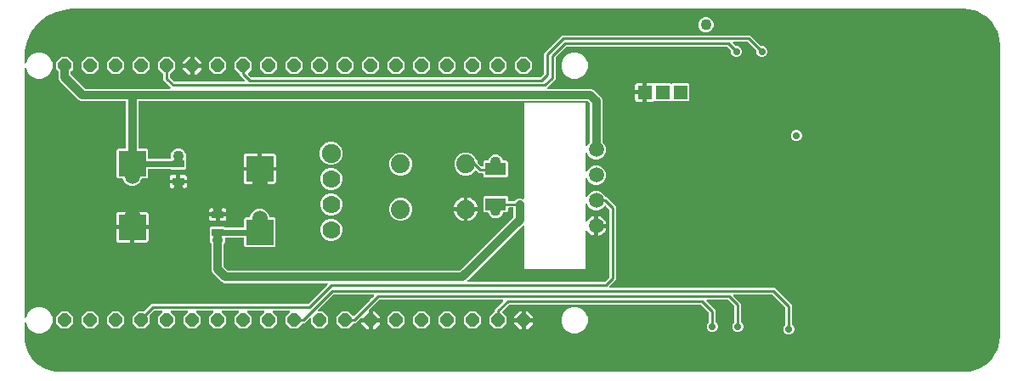
<source format=gbr>
G04 EAGLE Gerber RS-274X export*
G75*
%MOMM*%
%FSLAX34Y34*%
%LPD*%
%INBottom Copper*%
%IPPOS*%
%AMOC8*
5,1,8,0,0,1.08239X$1,22.5*%
G01*
%ADD10P,1.415766X8X292.500000*%
%ADD11C,1.778000*%
%ADD12C,1.900000*%
%ADD13R,2.700000X2.550000*%
%ADD14R,1.200000X0.800000*%
%ADD15C,1.879600*%
%ADD16R,1.400000X1.400000*%
%ADD17R,2.060000X1.270000*%
%ADD18C,1.508000*%
%ADD19C,1.500000*%
%ADD20C,0.200000*%
%ADD21C,0.656400*%
%ADD22C,1.106400*%
%ADD23C,0.609600*%
%ADD24C,0.756400*%
%ADD25C,0.812800*%
%ADD26C,0.254000*%
%ADD27C,0.706400*%
%ADD28C,0.406400*%

G36*
X946184Y6816D02*
X946184Y6816D01*
X946215Y6813D01*
X950666Y7105D01*
X950775Y7127D01*
X950860Y7137D01*
X959458Y9441D01*
X959624Y9511D01*
X959699Y9540D01*
X967408Y13991D01*
X967551Y14103D01*
X967615Y14150D01*
X973910Y20445D01*
X974018Y20589D01*
X974069Y20652D01*
X978520Y28361D01*
X978587Y28528D01*
X978619Y28602D01*
X980923Y37200D01*
X980937Y37311D01*
X980955Y37394D01*
X981247Y41845D01*
X981244Y41879D01*
X981249Y41910D01*
X981249Y334010D01*
X981244Y334044D01*
X981247Y334075D01*
X980955Y338526D01*
X980933Y338635D01*
X980923Y338720D01*
X978619Y347318D01*
X978549Y347484D01*
X978520Y347559D01*
X974069Y355268D01*
X973957Y355411D01*
X973910Y355475D01*
X967615Y361770D01*
X967471Y361878D01*
X967408Y361929D01*
X959699Y366380D01*
X959532Y366447D01*
X959458Y366479D01*
X950860Y368783D01*
X950749Y368797D01*
X950666Y368815D01*
X946215Y369107D01*
X946181Y369104D01*
X946150Y369109D01*
X57150Y369109D01*
X57121Y369105D01*
X57094Y369108D01*
X51854Y368813D01*
X51763Y368795D01*
X51688Y368790D01*
X41471Y366458D01*
X41347Y366410D01*
X41259Y366384D01*
X31817Y361837D01*
X31707Y361763D01*
X31628Y361718D01*
X23434Y355184D01*
X23343Y355087D01*
X23276Y355026D01*
X16742Y346832D01*
X16675Y346718D01*
X16623Y346643D01*
X12076Y337201D01*
X12036Y337074D01*
X12002Y336989D01*
X9670Y326772D01*
X9668Y326745D01*
X9662Y326725D01*
X9661Y326673D01*
X9647Y326606D01*
X9352Y321366D01*
X9355Y321336D01*
X9351Y321310D01*
X9351Y315736D01*
X9363Y315650D01*
X9366Y315563D01*
X9383Y315511D01*
X9391Y315457D01*
X9426Y315378D01*
X9453Y315295D01*
X9484Y315250D01*
X9507Y315200D01*
X9563Y315134D01*
X9612Y315062D01*
X9654Y315027D01*
X9690Y314985D01*
X9763Y314938D01*
X9830Y314883D01*
X9880Y314861D01*
X9926Y314831D01*
X10009Y314806D01*
X10089Y314771D01*
X10143Y314765D01*
X10196Y314748D01*
X10283Y314747D01*
X10369Y314737D01*
X10423Y314745D01*
X10478Y314745D01*
X10562Y314768D01*
X10647Y314782D01*
X10697Y314805D01*
X10750Y314820D01*
X10824Y314866D01*
X10902Y314903D01*
X10943Y314939D01*
X10990Y314968D01*
X11048Y315033D01*
X11113Y315090D01*
X11139Y315134D01*
X11179Y315177D01*
X11228Y315280D01*
X11273Y315353D01*
X13109Y319784D01*
X16766Y323441D01*
X21544Y325421D01*
X26716Y325421D01*
X31494Y323441D01*
X35151Y319784D01*
X37131Y315006D01*
X37131Y309834D01*
X35151Y305056D01*
X31494Y301399D01*
X26716Y299419D01*
X21544Y299419D01*
X16766Y301399D01*
X13109Y305056D01*
X11273Y309487D01*
X11229Y309561D01*
X11193Y309640D01*
X11158Y309682D01*
X11130Y309729D01*
X11066Y309789D01*
X11010Y309855D01*
X10964Y309885D01*
X10924Y309922D01*
X10847Y309962D01*
X10774Y310009D01*
X10721Y310025D01*
X10672Y310050D01*
X10587Y310066D01*
X10504Y310092D01*
X10449Y310092D01*
X10395Y310102D01*
X10309Y310094D01*
X10222Y310095D01*
X10169Y310081D01*
X10115Y310075D01*
X10034Y310043D01*
X9950Y310020D01*
X9903Y309991D01*
X9853Y309971D01*
X9784Y309918D01*
X9710Y309872D01*
X9673Y309831D01*
X9630Y309797D01*
X9580Y309727D01*
X9521Y309663D01*
X9497Y309613D01*
X9465Y309569D01*
X9436Y309487D01*
X9398Y309409D01*
X9390Y309358D01*
X9371Y309303D01*
X9364Y309189D01*
X9351Y309104D01*
X9351Y61736D01*
X9359Y61675D01*
X9359Y61642D01*
X9364Y61624D01*
X9366Y61563D01*
X9383Y61511D01*
X9391Y61457D01*
X9426Y61378D01*
X9453Y61295D01*
X9484Y61250D01*
X9507Y61200D01*
X9563Y61134D01*
X9612Y61062D01*
X9654Y61027D01*
X9690Y60985D01*
X9763Y60938D01*
X9830Y60883D01*
X9880Y60861D01*
X9926Y60831D01*
X10009Y60806D01*
X10089Y60771D01*
X10143Y60765D01*
X10196Y60748D01*
X10283Y60747D01*
X10369Y60737D01*
X10423Y60745D01*
X10478Y60745D01*
X10562Y60768D01*
X10647Y60782D01*
X10697Y60805D01*
X10750Y60820D01*
X10824Y60866D01*
X10902Y60903D01*
X10943Y60939D01*
X10990Y60968D01*
X11048Y61033D01*
X11113Y61090D01*
X11139Y61134D01*
X11179Y61177D01*
X11228Y61280D01*
X11263Y61336D01*
X11269Y61346D01*
X11269Y61347D01*
X11273Y61353D01*
X13109Y65784D01*
X16766Y69441D01*
X21544Y71421D01*
X26716Y71421D01*
X31494Y69441D01*
X35151Y65784D01*
X37131Y61006D01*
X37131Y55834D01*
X35151Y51056D01*
X31494Y47399D01*
X26716Y45419D01*
X21544Y45419D01*
X16766Y47399D01*
X13109Y51056D01*
X11273Y55487D01*
X11229Y55561D01*
X11193Y55640D01*
X11158Y55682D01*
X11130Y55729D01*
X11066Y55789D01*
X11010Y55855D01*
X10964Y55885D01*
X10924Y55922D01*
X10847Y55962D01*
X10774Y56009D01*
X10721Y56025D01*
X10672Y56050D01*
X10587Y56066D01*
X10504Y56092D01*
X10449Y56092D01*
X10395Y56102D01*
X10309Y56094D01*
X10222Y56095D01*
X10169Y56081D01*
X10115Y56075D01*
X10034Y56043D01*
X9950Y56020D01*
X9903Y55991D01*
X9853Y55971D01*
X9784Y55918D01*
X9710Y55872D01*
X9673Y55831D01*
X9630Y55797D01*
X9580Y55727D01*
X9521Y55663D01*
X9497Y55613D01*
X9465Y55569D01*
X9436Y55487D01*
X9398Y55409D01*
X9390Y55358D01*
X9371Y55303D01*
X9364Y55189D01*
X9351Y55104D01*
X9351Y41910D01*
X9356Y41876D01*
X9353Y41845D01*
X9645Y37394D01*
X9667Y37285D01*
X9677Y37200D01*
X11981Y28602D01*
X12051Y28436D01*
X12080Y28361D01*
X16531Y20652D01*
X16643Y20509D01*
X16690Y20445D01*
X22985Y14150D01*
X23129Y14042D01*
X23192Y13991D01*
X30901Y9540D01*
X31068Y9473D01*
X31142Y9441D01*
X39740Y7137D01*
X39851Y7123D01*
X39934Y7105D01*
X44385Y6813D01*
X44419Y6816D01*
X44450Y6811D01*
X946150Y6811D01*
X946184Y6816D01*
G37*
%LPC*%
G36*
X769789Y43997D02*
X769789Y43997D01*
X767756Y44840D01*
X766200Y46396D01*
X765357Y48429D01*
X765357Y50631D01*
X766200Y52664D01*
X767327Y53791D01*
X767384Y53868D01*
X767449Y53939D01*
X767469Y53980D01*
X767496Y54017D01*
X767530Y54107D01*
X767572Y54193D01*
X767578Y54235D01*
X767595Y54281D01*
X767605Y54408D01*
X767619Y54498D01*
X767619Y70621D01*
X767606Y70716D01*
X767601Y70812D01*
X767586Y70856D01*
X767579Y70901D01*
X767540Y70988D01*
X767508Y71079D01*
X767483Y71113D01*
X767463Y71157D01*
X767380Y71255D01*
X767327Y71328D01*
X754588Y84067D01*
X754511Y84124D01*
X754440Y84189D01*
X754399Y84209D01*
X754362Y84236D01*
X754272Y84270D01*
X754186Y84312D01*
X754144Y84318D01*
X754098Y84335D01*
X753971Y84345D01*
X753881Y84359D01*
X716429Y84359D01*
X716397Y84355D01*
X716365Y84357D01*
X716258Y84335D01*
X716149Y84319D01*
X716120Y84306D01*
X716088Y84300D01*
X715992Y84248D01*
X715892Y84203D01*
X715868Y84182D01*
X715840Y84167D01*
X715761Y84091D01*
X715678Y84020D01*
X715661Y83993D01*
X715637Y83970D01*
X715584Y83875D01*
X715524Y83784D01*
X715514Y83753D01*
X715498Y83725D01*
X715473Y83618D01*
X715441Y83514D01*
X715441Y83482D01*
X715433Y83451D01*
X715439Y83341D01*
X715438Y83232D01*
X715446Y83201D01*
X715448Y83169D01*
X715484Y83066D01*
X715513Y82960D01*
X715530Y82933D01*
X715540Y82902D01*
X715594Y82829D01*
X715661Y82720D01*
X715697Y82688D01*
X715722Y82653D01*
X721152Y77223D01*
X723361Y75015D01*
X723361Y57038D01*
X723374Y56943D01*
X723379Y56846D01*
X723394Y56803D01*
X723401Y56758D01*
X723440Y56671D01*
X723472Y56580D01*
X723497Y56546D01*
X723517Y56501D01*
X723600Y56404D01*
X723653Y56331D01*
X724780Y55204D01*
X725623Y53171D01*
X725623Y50969D01*
X724780Y48936D01*
X723224Y47380D01*
X721191Y46537D01*
X718989Y46537D01*
X716956Y47380D01*
X715400Y48936D01*
X714557Y50969D01*
X714557Y53171D01*
X715400Y55204D01*
X716527Y56331D01*
X716584Y56408D01*
X716649Y56479D01*
X716669Y56520D01*
X716696Y56557D01*
X716730Y56647D01*
X716772Y56733D01*
X716778Y56775D01*
X716795Y56821D01*
X716805Y56948D01*
X716819Y57038D01*
X716819Y71891D01*
X716806Y71986D01*
X716801Y72082D01*
X716786Y72126D01*
X716779Y72171D01*
X716740Y72258D01*
X716708Y72349D01*
X716683Y72383D01*
X716663Y72427D01*
X716580Y72525D01*
X716527Y72598D01*
X710328Y78797D01*
X710251Y78854D01*
X710180Y78919D01*
X710139Y78939D01*
X710102Y78966D01*
X710012Y79000D01*
X709926Y79042D01*
X709884Y79048D01*
X709838Y79065D01*
X709711Y79075D01*
X709621Y79089D01*
X689949Y79089D01*
X689917Y79085D01*
X689885Y79087D01*
X689778Y79065D01*
X689669Y79049D01*
X689640Y79036D01*
X689608Y79030D01*
X689512Y78978D01*
X689412Y78933D01*
X689388Y78912D01*
X689360Y78897D01*
X689281Y78821D01*
X689198Y78750D01*
X689181Y78723D01*
X689157Y78700D01*
X689104Y78605D01*
X689044Y78514D01*
X689034Y78483D01*
X689018Y78455D01*
X688993Y78348D01*
X688961Y78244D01*
X688961Y78212D01*
X688953Y78181D01*
X688959Y78071D01*
X688958Y77962D01*
X688966Y77931D01*
X688968Y77899D01*
X689004Y77796D01*
X689033Y77690D01*
X689050Y77663D01*
X689060Y77632D01*
X689114Y77559D01*
X689181Y77450D01*
X689217Y77418D01*
X689242Y77383D01*
X695752Y70873D01*
X697961Y68665D01*
X697961Y57038D01*
X697974Y56943D01*
X697979Y56846D01*
X697994Y56803D01*
X698001Y56758D01*
X698040Y56671D01*
X698072Y56580D01*
X698097Y56546D01*
X698117Y56501D01*
X698200Y56404D01*
X698253Y56331D01*
X699380Y55204D01*
X700223Y53171D01*
X700223Y50969D01*
X699380Y48936D01*
X697824Y47380D01*
X695791Y46537D01*
X693589Y46537D01*
X691556Y47380D01*
X690000Y48936D01*
X689157Y50969D01*
X689157Y53171D01*
X690000Y55204D01*
X691127Y56331D01*
X691184Y56408D01*
X691249Y56479D01*
X691269Y56520D01*
X691296Y56557D01*
X691330Y56647D01*
X691372Y56733D01*
X691378Y56775D01*
X691395Y56821D01*
X691405Y56948D01*
X691419Y57038D01*
X691419Y65541D01*
X691406Y65636D01*
X691401Y65732D01*
X691386Y65776D01*
X691379Y65821D01*
X691340Y65908D01*
X691308Y65999D01*
X691283Y66033D01*
X691263Y66077D01*
X691180Y66175D01*
X691127Y66248D01*
X683468Y73907D01*
X683391Y73964D01*
X683320Y74029D01*
X683279Y74049D01*
X683242Y74076D01*
X683152Y74110D01*
X683066Y74152D01*
X683024Y74158D01*
X682978Y74175D01*
X682851Y74185D01*
X682761Y74199D01*
X492909Y74199D01*
X492814Y74186D01*
X492718Y74181D01*
X492674Y74166D01*
X492629Y74159D01*
X492542Y74120D01*
X492451Y74088D01*
X492417Y74063D01*
X492373Y74043D01*
X492275Y73960D01*
X492202Y73907D01*
X485769Y67473D01*
X485747Y67444D01*
X485725Y67426D01*
X485710Y67402D01*
X485684Y67377D01*
X485646Y67309D01*
X485599Y67247D01*
X485586Y67213D01*
X485571Y67190D01*
X485563Y67163D01*
X485545Y67131D01*
X485527Y67056D01*
X485500Y66984D01*
X485497Y66947D01*
X485489Y66920D01*
X485488Y66892D01*
X485480Y66857D01*
X485484Y66779D01*
X485478Y66702D01*
X485485Y66668D01*
X485485Y66638D01*
X485493Y66610D01*
X485494Y66575D01*
X485520Y66502D01*
X485536Y66426D01*
X485552Y66396D01*
X485560Y66366D01*
X485576Y66340D01*
X485587Y66309D01*
X485628Y66252D01*
X485668Y66177D01*
X485691Y66153D01*
X485708Y66126D01*
X485743Y66094D01*
X485769Y66060D01*
X489871Y61958D01*
X489871Y54882D01*
X484868Y49879D01*
X477792Y49879D01*
X472789Y54882D01*
X472789Y61958D01*
X477767Y66935D01*
X477824Y67012D01*
X477889Y67083D01*
X477909Y67124D01*
X477936Y67161D01*
X477970Y67251D01*
X478012Y67337D01*
X478018Y67379D01*
X478035Y67424D01*
X478045Y67552D01*
X478059Y67642D01*
X478059Y69015D01*
X486428Y77383D01*
X486447Y77409D01*
X486472Y77430D01*
X486532Y77522D01*
X486597Y77609D01*
X486609Y77639D01*
X486626Y77666D01*
X486658Y77771D01*
X486697Y77873D01*
X486699Y77905D01*
X486709Y77936D01*
X486710Y78045D01*
X486719Y78154D01*
X486712Y78186D01*
X486712Y78218D01*
X486683Y78323D01*
X486661Y78430D01*
X486646Y78459D01*
X486637Y78490D01*
X486580Y78583D01*
X486528Y78679D01*
X486506Y78702D01*
X486489Y78730D01*
X486408Y78803D01*
X486332Y78881D01*
X486304Y78897D01*
X486280Y78919D01*
X486181Y78966D01*
X486086Y79020D01*
X486055Y79028D01*
X486026Y79042D01*
X485937Y79056D01*
X485812Y79085D01*
X485763Y79083D01*
X485721Y79089D01*
X363719Y79089D01*
X363624Y79076D01*
X363528Y79071D01*
X363484Y79056D01*
X363439Y79049D01*
X363352Y79010D01*
X363261Y78978D01*
X363227Y78953D01*
X363183Y78933D01*
X363085Y78850D01*
X363012Y78797D01*
X358188Y73972D01*
X358169Y73969D01*
X358082Y73930D01*
X357991Y73898D01*
X357957Y73873D01*
X357913Y73853D01*
X357815Y73770D01*
X357742Y73717D01*
X352623Y68598D01*
X352566Y68521D01*
X352501Y68450D01*
X352481Y68409D01*
X352454Y68372D01*
X352420Y68282D01*
X352378Y68196D01*
X352372Y68154D01*
X352355Y68108D01*
X352345Y67981D01*
X352331Y67891D01*
X352331Y60419D01*
X344859Y60419D01*
X344764Y60406D01*
X344667Y60401D01*
X344624Y60386D01*
X344579Y60379D01*
X344492Y60340D01*
X344401Y60308D01*
X344367Y60283D01*
X344322Y60263D01*
X344225Y60180D01*
X344152Y60127D01*
X339175Y55149D01*
X338152Y55149D01*
X338057Y55136D01*
X337960Y55131D01*
X337917Y55116D01*
X337872Y55109D01*
X337785Y55070D01*
X337694Y55038D01*
X337660Y55013D01*
X337615Y54993D01*
X337518Y54910D01*
X337445Y54857D01*
X332468Y49879D01*
X325392Y49879D01*
X320389Y54882D01*
X320389Y61958D01*
X325392Y66961D01*
X332468Y66961D01*
X336395Y63034D01*
X336446Y62995D01*
X336491Y62949D01*
X336558Y62911D01*
X336620Y62864D01*
X336681Y62842D01*
X336736Y62810D01*
X336812Y62792D01*
X336884Y62765D01*
X336948Y62760D01*
X337011Y62745D01*
X337088Y62749D01*
X337166Y62743D01*
X337228Y62756D01*
X337293Y62759D01*
X337366Y62785D01*
X337442Y62801D01*
X337498Y62831D01*
X337559Y62852D01*
X337616Y62893D01*
X337691Y62933D01*
X337751Y62992D01*
X337808Y63034D01*
X353117Y78342D01*
X355362Y80588D01*
X355381Y80591D01*
X355468Y80630D01*
X355559Y80662D01*
X355593Y80687D01*
X355637Y80707D01*
X355735Y80790D01*
X355808Y80843D01*
X357618Y82653D01*
X357637Y82679D01*
X357662Y82700D01*
X357722Y82792D01*
X357787Y82879D01*
X357799Y82909D01*
X357816Y82936D01*
X357848Y83041D01*
X357887Y83143D01*
X357889Y83175D01*
X357899Y83206D01*
X357900Y83315D01*
X357909Y83424D01*
X357902Y83456D01*
X357902Y83488D01*
X357873Y83593D01*
X357851Y83700D01*
X357836Y83729D01*
X357827Y83760D01*
X357770Y83853D01*
X357718Y83949D01*
X357696Y83972D01*
X357679Y84000D01*
X357598Y84073D01*
X357522Y84151D01*
X357494Y84167D01*
X357470Y84189D01*
X357371Y84236D01*
X357276Y84290D01*
X357245Y84298D01*
X357216Y84312D01*
X357127Y84326D01*
X357002Y84355D01*
X356953Y84353D01*
X356911Y84359D01*
X317999Y84359D01*
X317904Y84346D01*
X317808Y84341D01*
X317764Y84326D01*
X317719Y84319D01*
X317632Y84280D01*
X317541Y84248D01*
X317507Y84223D01*
X317463Y84203D01*
X317365Y84120D01*
X317292Y84067D01*
X301892Y68667D01*
X301873Y68641D01*
X301848Y68620D01*
X301788Y68528D01*
X301723Y68441D01*
X301711Y68411D01*
X301694Y68384D01*
X301662Y68279D01*
X301623Y68177D01*
X301621Y68145D01*
X301611Y68114D01*
X301610Y68005D01*
X301601Y67896D01*
X301608Y67864D01*
X301608Y67832D01*
X301637Y67727D01*
X301659Y67620D01*
X301674Y67591D01*
X301683Y67560D01*
X301740Y67467D01*
X301792Y67371D01*
X301814Y67348D01*
X301831Y67320D01*
X301912Y67247D01*
X301988Y67169D01*
X302016Y67153D01*
X302040Y67131D01*
X302139Y67084D01*
X302234Y67030D01*
X302265Y67022D01*
X302294Y67008D01*
X302383Y66994D01*
X302508Y66965D01*
X302557Y66967D01*
X302599Y66961D01*
X307068Y66961D01*
X312071Y61958D01*
X312071Y54882D01*
X307068Y49879D01*
X299992Y49879D01*
X294989Y54882D01*
X294989Y59351D01*
X294985Y59383D01*
X294987Y59415D01*
X294965Y59522D01*
X294949Y59631D01*
X294936Y59660D01*
X294930Y59692D01*
X294878Y59788D01*
X294833Y59888D01*
X294812Y59912D01*
X294797Y59940D01*
X294721Y60019D01*
X294650Y60102D01*
X294623Y60119D01*
X294600Y60143D01*
X294505Y60196D01*
X294414Y60256D01*
X294383Y60266D01*
X294355Y60282D01*
X294248Y60307D01*
X294144Y60339D01*
X294112Y60339D01*
X294081Y60347D01*
X293971Y60341D01*
X293862Y60342D01*
X293831Y60334D01*
X293799Y60332D01*
X293696Y60296D01*
X293590Y60267D01*
X293563Y60250D01*
X293532Y60240D01*
X293459Y60186D01*
X293350Y60119D01*
X293318Y60083D01*
X293283Y60058D01*
X288375Y55149D01*
X287352Y55149D01*
X287257Y55136D01*
X287160Y55131D01*
X287117Y55116D01*
X287072Y55109D01*
X286985Y55070D01*
X286894Y55038D01*
X286860Y55013D01*
X286815Y54993D01*
X286718Y54910D01*
X286645Y54857D01*
X281668Y49879D01*
X274592Y49879D01*
X269589Y54882D01*
X269589Y61958D01*
X273775Y66143D01*
X273794Y66169D01*
X273819Y66190D01*
X273879Y66282D01*
X273944Y66369D01*
X273956Y66399D01*
X273973Y66426D01*
X274005Y66531D01*
X274044Y66633D01*
X274046Y66665D01*
X274056Y66696D01*
X274057Y66805D01*
X274066Y66914D01*
X274059Y66946D01*
X274060Y66978D01*
X274030Y67083D01*
X274008Y67190D01*
X273993Y67219D01*
X273984Y67250D01*
X273927Y67343D01*
X273876Y67439D01*
X273853Y67462D01*
X273836Y67490D01*
X273755Y67563D01*
X273679Y67641D01*
X273651Y67657D01*
X273627Y67679D01*
X273529Y67726D01*
X273433Y67780D01*
X273402Y67788D01*
X273373Y67802D01*
X273284Y67816D01*
X273159Y67845D01*
X273111Y67843D01*
X273068Y67849D01*
X257792Y67849D01*
X257760Y67845D01*
X257727Y67847D01*
X257621Y67825D01*
X257512Y67809D01*
X257483Y67796D01*
X257451Y67790D01*
X257355Y67738D01*
X257255Y67693D01*
X257231Y67672D01*
X257202Y67657D01*
X257124Y67581D01*
X257041Y67510D01*
X257023Y67483D01*
X257000Y67460D01*
X256946Y67365D01*
X256887Y67274D01*
X256877Y67243D01*
X256861Y67215D01*
X256836Y67108D01*
X256804Y67004D01*
X256804Y66972D01*
X256796Y66941D01*
X256802Y66831D01*
X256800Y66722D01*
X256809Y66691D01*
X256811Y66659D01*
X256847Y66556D01*
X256876Y66450D01*
X256893Y66423D01*
X256903Y66392D01*
X256957Y66319D01*
X257024Y66210D01*
X257060Y66178D01*
X257085Y66143D01*
X261271Y61958D01*
X261271Y54882D01*
X256268Y49879D01*
X249192Y49879D01*
X244189Y54882D01*
X244189Y61958D01*
X248375Y66143D01*
X248394Y66169D01*
X248419Y66190D01*
X248479Y66282D01*
X248544Y66369D01*
X248556Y66399D01*
X248573Y66426D01*
X248605Y66531D01*
X248644Y66633D01*
X248646Y66665D01*
X248656Y66696D01*
X248657Y66805D01*
X248666Y66914D01*
X248659Y66946D01*
X248660Y66978D01*
X248630Y67083D01*
X248608Y67190D01*
X248593Y67219D01*
X248584Y67250D01*
X248527Y67343D01*
X248476Y67439D01*
X248453Y67462D01*
X248436Y67490D01*
X248355Y67563D01*
X248279Y67641D01*
X248251Y67657D01*
X248227Y67679D01*
X248129Y67726D01*
X248033Y67780D01*
X248002Y67788D01*
X247973Y67802D01*
X247884Y67816D01*
X247759Y67845D01*
X247711Y67843D01*
X247668Y67849D01*
X232392Y67849D01*
X232360Y67845D01*
X232327Y67847D01*
X232221Y67825D01*
X232112Y67809D01*
X232083Y67796D01*
X232051Y67790D01*
X231955Y67738D01*
X231855Y67693D01*
X231831Y67672D01*
X231802Y67657D01*
X231724Y67581D01*
X231641Y67510D01*
X231623Y67483D01*
X231600Y67460D01*
X231546Y67365D01*
X231487Y67274D01*
X231477Y67243D01*
X231461Y67215D01*
X231436Y67108D01*
X231404Y67004D01*
X231404Y66972D01*
X231396Y66941D01*
X231402Y66831D01*
X231400Y66722D01*
X231409Y66691D01*
X231411Y66659D01*
X231447Y66556D01*
X231476Y66450D01*
X231493Y66423D01*
X231503Y66392D01*
X231557Y66319D01*
X231624Y66210D01*
X231660Y66178D01*
X231685Y66143D01*
X235871Y61958D01*
X235871Y54882D01*
X230868Y49879D01*
X223792Y49879D01*
X218789Y54882D01*
X218789Y61958D01*
X222975Y66143D01*
X222994Y66169D01*
X223019Y66190D01*
X223079Y66282D01*
X223144Y66369D01*
X223156Y66399D01*
X223173Y66426D01*
X223205Y66531D01*
X223244Y66633D01*
X223246Y66665D01*
X223256Y66696D01*
X223257Y66805D01*
X223266Y66914D01*
X223259Y66946D01*
X223260Y66978D01*
X223230Y67083D01*
X223208Y67190D01*
X223193Y67219D01*
X223184Y67250D01*
X223127Y67343D01*
X223076Y67439D01*
X223053Y67462D01*
X223036Y67490D01*
X222955Y67563D01*
X222879Y67641D01*
X222851Y67657D01*
X222827Y67679D01*
X222729Y67726D01*
X222633Y67780D01*
X222602Y67788D01*
X222573Y67802D01*
X222484Y67816D01*
X222359Y67845D01*
X222311Y67843D01*
X222268Y67849D01*
X206992Y67849D01*
X206960Y67845D01*
X206927Y67847D01*
X206821Y67825D01*
X206712Y67809D01*
X206683Y67796D01*
X206651Y67790D01*
X206555Y67738D01*
X206455Y67693D01*
X206431Y67672D01*
X206402Y67657D01*
X206324Y67581D01*
X206241Y67510D01*
X206223Y67483D01*
X206200Y67460D01*
X206146Y67365D01*
X206087Y67274D01*
X206077Y67243D01*
X206061Y67215D01*
X206036Y67108D01*
X206004Y67004D01*
X206004Y66972D01*
X205996Y66941D01*
X206002Y66831D01*
X206000Y66722D01*
X206009Y66691D01*
X206011Y66659D01*
X206047Y66556D01*
X206076Y66450D01*
X206093Y66423D01*
X206103Y66392D01*
X206157Y66319D01*
X206224Y66210D01*
X206260Y66178D01*
X206285Y66143D01*
X210471Y61958D01*
X210471Y54882D01*
X205468Y49879D01*
X198392Y49879D01*
X193389Y54882D01*
X193389Y61958D01*
X197575Y66143D01*
X197594Y66169D01*
X197619Y66190D01*
X197679Y66282D01*
X197744Y66369D01*
X197756Y66399D01*
X197773Y66426D01*
X197805Y66531D01*
X197844Y66633D01*
X197846Y66665D01*
X197856Y66696D01*
X197857Y66805D01*
X197866Y66914D01*
X197859Y66946D01*
X197860Y66978D01*
X197830Y67083D01*
X197808Y67190D01*
X197793Y67219D01*
X197784Y67250D01*
X197727Y67343D01*
X197676Y67439D01*
X197653Y67462D01*
X197636Y67490D01*
X197555Y67563D01*
X197479Y67641D01*
X197451Y67657D01*
X197427Y67679D01*
X197329Y67726D01*
X197233Y67780D01*
X197202Y67788D01*
X197173Y67802D01*
X197084Y67816D01*
X196959Y67845D01*
X196911Y67843D01*
X196868Y67849D01*
X181592Y67849D01*
X181560Y67845D01*
X181527Y67847D01*
X181421Y67825D01*
X181312Y67809D01*
X181283Y67796D01*
X181251Y67790D01*
X181155Y67738D01*
X181055Y67693D01*
X181031Y67672D01*
X181002Y67657D01*
X180924Y67581D01*
X180841Y67510D01*
X180823Y67483D01*
X180800Y67460D01*
X180746Y67365D01*
X180687Y67274D01*
X180677Y67243D01*
X180661Y67215D01*
X180636Y67108D01*
X180604Y67004D01*
X180604Y66972D01*
X180596Y66941D01*
X180602Y66831D01*
X180600Y66722D01*
X180609Y66691D01*
X180611Y66659D01*
X180647Y66556D01*
X180676Y66450D01*
X180693Y66423D01*
X180703Y66392D01*
X180757Y66319D01*
X180824Y66210D01*
X180860Y66178D01*
X180885Y66143D01*
X185071Y61958D01*
X185071Y54882D01*
X180068Y49879D01*
X172992Y49879D01*
X167989Y54882D01*
X167989Y61958D01*
X172175Y66143D01*
X172194Y66169D01*
X172219Y66190D01*
X172279Y66282D01*
X172344Y66369D01*
X172356Y66399D01*
X172373Y66426D01*
X172405Y66531D01*
X172444Y66633D01*
X172446Y66665D01*
X172456Y66696D01*
X172457Y66805D01*
X172466Y66914D01*
X172459Y66946D01*
X172460Y66978D01*
X172430Y67083D01*
X172408Y67190D01*
X172393Y67219D01*
X172384Y67250D01*
X172327Y67343D01*
X172276Y67439D01*
X172253Y67462D01*
X172236Y67490D01*
X172155Y67563D01*
X172079Y67641D01*
X172051Y67657D01*
X172027Y67679D01*
X171929Y67726D01*
X171833Y67780D01*
X171802Y67788D01*
X171773Y67802D01*
X171684Y67816D01*
X171559Y67845D01*
X171511Y67843D01*
X171468Y67849D01*
X156192Y67849D01*
X156160Y67845D01*
X156127Y67847D01*
X156021Y67825D01*
X155912Y67809D01*
X155883Y67796D01*
X155851Y67790D01*
X155755Y67738D01*
X155655Y67693D01*
X155631Y67672D01*
X155602Y67657D01*
X155524Y67581D01*
X155441Y67510D01*
X155423Y67483D01*
X155400Y67460D01*
X155346Y67365D01*
X155287Y67274D01*
X155277Y67243D01*
X155261Y67215D01*
X155236Y67108D01*
X155204Y67004D01*
X155204Y66972D01*
X155196Y66941D01*
X155202Y66831D01*
X155200Y66722D01*
X155209Y66691D01*
X155211Y66659D01*
X155247Y66556D01*
X155276Y66450D01*
X155293Y66423D01*
X155303Y66392D01*
X155357Y66319D01*
X155424Y66210D01*
X155460Y66178D01*
X155485Y66143D01*
X159671Y61958D01*
X159671Y54882D01*
X154668Y49879D01*
X147592Y49879D01*
X142589Y54882D01*
X142589Y61958D01*
X146775Y66143D01*
X146794Y66169D01*
X146819Y66190D01*
X146879Y66282D01*
X146944Y66369D01*
X146956Y66399D01*
X146973Y66426D01*
X147005Y66531D01*
X147044Y66633D01*
X147046Y66665D01*
X147056Y66696D01*
X147057Y66805D01*
X147066Y66914D01*
X147059Y66946D01*
X147060Y66978D01*
X147030Y67083D01*
X147008Y67190D01*
X146993Y67219D01*
X146984Y67250D01*
X146927Y67343D01*
X146876Y67439D01*
X146853Y67462D01*
X146836Y67490D01*
X146755Y67563D01*
X146679Y67641D01*
X146651Y67657D01*
X146627Y67679D01*
X146529Y67726D01*
X146433Y67780D01*
X146402Y67788D01*
X146373Y67802D01*
X146284Y67816D01*
X146159Y67845D01*
X146111Y67843D01*
X146068Y67849D01*
X138929Y67849D01*
X138834Y67836D01*
X138738Y67831D01*
X138694Y67816D01*
X138649Y67809D01*
X138562Y67770D01*
X138471Y67738D01*
X138437Y67713D01*
X138393Y67693D01*
X138295Y67610D01*
X138222Y67557D01*
X134154Y63488D01*
X134115Y63437D01*
X134069Y63392D01*
X134031Y63324D01*
X133984Y63262D01*
X133962Y63202D01*
X133930Y63146D01*
X133912Y63071D01*
X133885Y62999D01*
X133880Y62934D01*
X133865Y62872D01*
X133869Y62794D01*
X133863Y62717D01*
X133876Y62654D01*
X133879Y62590D01*
X133905Y62517D01*
X133921Y62441D01*
X133951Y62385D01*
X133972Y62324D01*
X134013Y62267D01*
X134053Y62192D01*
X134089Y62155D01*
X134105Y62129D01*
X134131Y62106D01*
X134154Y62075D01*
X134271Y61958D01*
X134271Y54882D01*
X129268Y49879D01*
X122192Y49879D01*
X117189Y54882D01*
X117189Y61958D01*
X122192Y66961D01*
X127961Y66961D01*
X128056Y66974D01*
X128152Y66979D01*
X128196Y66994D01*
X128241Y67001D01*
X128328Y67040D01*
X128419Y67072D01*
X128453Y67097D01*
X128497Y67117D01*
X128595Y67200D01*
X128668Y67253D01*
X135805Y74391D01*
X291531Y74391D01*
X291626Y74404D01*
X291722Y74409D01*
X291765Y74424D01*
X291810Y74431D01*
X291897Y74470D01*
X291988Y74502D01*
X292023Y74527D01*
X292067Y74547D01*
X292164Y74630D01*
X292237Y74683D01*
X311383Y93829D01*
X311403Y93855D01*
X311427Y93876D01*
X311487Y93968D01*
X311553Y94055D01*
X311564Y94085D01*
X311582Y94112D01*
X311614Y94217D01*
X311652Y94319D01*
X311655Y94351D01*
X311664Y94382D01*
X311666Y94491D01*
X311674Y94600D01*
X311667Y94632D01*
X311668Y94664D01*
X311639Y94769D01*
X311616Y94876D01*
X311601Y94905D01*
X311593Y94936D01*
X311535Y95029D01*
X311484Y95125D01*
X311461Y95148D01*
X311444Y95176D01*
X311363Y95249D01*
X311287Y95327D01*
X311259Y95343D01*
X311235Y95365D01*
X311137Y95412D01*
X311042Y95466D01*
X311010Y95474D01*
X310981Y95488D01*
X310892Y95502D01*
X310767Y95531D01*
X310719Y95529D01*
X310677Y95535D01*
X208344Y95535D01*
X206115Y96459D01*
X204985Y97588D01*
X196789Y105785D01*
X195865Y108014D01*
X195865Y133428D01*
X195852Y133523D01*
X195847Y133619D01*
X195832Y133662D01*
X195825Y133707D01*
X195786Y133795D01*
X195754Y133886D01*
X195729Y133920D01*
X195709Y133964D01*
X195626Y134061D01*
X195573Y134134D01*
X195544Y134163D01*
X194397Y136932D01*
X194397Y139997D01*
X194421Y140090D01*
X194421Y140099D01*
X194423Y140109D01*
X194416Y140240D01*
X194412Y140372D01*
X194409Y140381D01*
X194409Y140391D01*
X194366Y140515D01*
X194325Y140640D01*
X194319Y140648D01*
X194316Y140657D01*
X194270Y140720D01*
X194166Y140873D01*
X194147Y140888D01*
X194135Y140906D01*
X193929Y141111D01*
X193929Y150769D01*
X195101Y151941D01*
X208759Y151941D01*
X209418Y151281D01*
X209495Y151224D01*
X209566Y151159D01*
X209607Y151139D01*
X209644Y151112D01*
X209734Y151078D01*
X209820Y151036D01*
X209862Y151030D01*
X209907Y151013D01*
X210035Y151003D01*
X210125Y150989D01*
X227340Y150989D01*
X227404Y150998D01*
X227468Y150997D01*
X227543Y151018D01*
X227619Y151029D01*
X227678Y151055D01*
X227740Y151072D01*
X227806Y151113D01*
X227876Y151145D01*
X227925Y151187D01*
X227980Y151220D01*
X228032Y151278D01*
X228090Y151328D01*
X228126Y151382D01*
X228169Y151430D01*
X228202Y151499D01*
X228245Y151564D01*
X228264Y151626D01*
X228292Y151683D01*
X228303Y151753D01*
X228327Y151834D01*
X228328Y151919D01*
X228339Y151988D01*
X228339Y159679D01*
X229511Y160851D01*
X233340Y160851D01*
X233404Y160860D01*
X233468Y160859D01*
X233543Y160880D01*
X233619Y160891D01*
X233678Y160917D01*
X233740Y160934D01*
X233806Y160975D01*
X233876Y161007D01*
X233925Y161049D01*
X233980Y161082D01*
X234032Y161140D01*
X234090Y161190D01*
X234126Y161244D01*
X234169Y161292D01*
X234202Y161361D01*
X234245Y161426D01*
X234264Y161488D01*
X234292Y161545D01*
X234303Y161615D01*
X234327Y161696D01*
X234328Y161781D01*
X234339Y161850D01*
X234339Y161910D01*
X235786Y165402D01*
X238458Y168074D01*
X241950Y169521D01*
X245730Y169521D01*
X249222Y168074D01*
X251894Y165402D01*
X253341Y161910D01*
X253341Y161850D01*
X253350Y161786D01*
X253349Y161722D01*
X253370Y161647D01*
X253381Y161571D01*
X253407Y161512D01*
X253424Y161450D01*
X253465Y161384D01*
X253497Y161314D01*
X253539Y161265D01*
X253572Y161210D01*
X253630Y161158D01*
X253680Y161100D01*
X253734Y161064D01*
X253782Y161021D01*
X253851Y160988D01*
X253916Y160945D01*
X253978Y160926D01*
X254035Y160898D01*
X254105Y160887D01*
X254186Y160863D01*
X254271Y160862D01*
X254340Y160851D01*
X258169Y160851D01*
X259341Y159679D01*
X259341Y132521D01*
X258169Y131349D01*
X229511Y131349D01*
X228339Y132521D01*
X228339Y139892D01*
X228330Y139956D01*
X228331Y140020D01*
X228310Y140095D01*
X228299Y140171D01*
X228273Y140230D01*
X228256Y140292D01*
X228215Y140358D01*
X228183Y140428D01*
X228141Y140477D01*
X228108Y140532D01*
X228050Y140584D01*
X228000Y140642D01*
X227946Y140678D01*
X227898Y140721D01*
X227829Y140754D01*
X227764Y140797D01*
X227702Y140816D01*
X227645Y140844D01*
X227575Y140855D01*
X227494Y140879D01*
X227409Y140880D01*
X227340Y140891D01*
X210462Y140891D01*
X210398Y140882D01*
X210334Y140883D01*
X210259Y140862D01*
X210183Y140851D01*
X210124Y140825D01*
X210062Y140808D01*
X209996Y140767D01*
X209926Y140735D01*
X209877Y140693D01*
X209822Y140660D01*
X209770Y140602D01*
X209712Y140552D01*
X209676Y140498D01*
X209633Y140450D01*
X209600Y140381D01*
X209557Y140316D01*
X209538Y140254D01*
X209510Y140197D01*
X209499Y140127D01*
X209475Y140046D01*
X209474Y139961D01*
X209463Y139892D01*
X209463Y136932D01*
X208316Y134163D01*
X208287Y134134D01*
X208230Y134058D01*
X208165Y133986D01*
X208145Y133945D01*
X208118Y133909D01*
X208084Y133819D01*
X208042Y133733D01*
X208036Y133690D01*
X208019Y133645D01*
X208009Y133517D01*
X207995Y133428D01*
X207995Y112146D01*
X208008Y112051D01*
X208013Y111955D01*
X208028Y111912D01*
X208035Y111867D01*
X208074Y111779D01*
X208106Y111688D01*
X208131Y111654D01*
X208151Y111610D01*
X208234Y111512D01*
X208287Y111439D01*
X211769Y107957D01*
X211846Y107900D01*
X211918Y107835D01*
X211959Y107815D01*
X211995Y107788D01*
X212085Y107754D01*
X212171Y107712D01*
X212213Y107706D01*
X212259Y107689D01*
X212386Y107679D01*
X212476Y107665D01*
X442844Y107665D01*
X442939Y107678D01*
X443035Y107683D01*
X443078Y107698D01*
X443123Y107705D01*
X443211Y107744D01*
X443302Y107776D01*
X443336Y107801D01*
X443380Y107821D01*
X443478Y107904D01*
X443551Y107957D01*
X496563Y160969D01*
X496620Y161046D01*
X496685Y161118D01*
X496705Y161159D01*
X496732Y161195D01*
X496760Y161269D01*
X496761Y161271D01*
X496763Y161278D01*
X496766Y161285D01*
X496808Y161371D01*
X496814Y161413D01*
X496831Y161459D01*
X496836Y161516D01*
X496843Y161540D01*
X496844Y161605D01*
X496855Y161676D01*
X496855Y169950D01*
X496846Y170014D01*
X496847Y170078D01*
X496826Y170153D01*
X496815Y170229D01*
X496789Y170288D01*
X496772Y170350D01*
X496731Y170416D01*
X496699Y170486D01*
X496657Y170535D01*
X496624Y170590D01*
X496566Y170642D01*
X496516Y170700D01*
X496462Y170736D01*
X496414Y170779D01*
X496345Y170812D01*
X496280Y170855D01*
X496218Y170874D01*
X496161Y170902D01*
X496091Y170913D01*
X496010Y170937D01*
X495925Y170938D01*
X495856Y170949D01*
X492090Y170949D01*
X492026Y170940D01*
X491962Y170941D01*
X491887Y170920D01*
X491811Y170909D01*
X491752Y170883D01*
X491690Y170866D01*
X491624Y170825D01*
X491554Y170793D01*
X491505Y170751D01*
X491450Y170718D01*
X491398Y170660D01*
X491340Y170610D01*
X491304Y170556D01*
X491261Y170508D01*
X491228Y170439D01*
X491185Y170374D01*
X491166Y170312D01*
X491138Y170255D01*
X491127Y170185D01*
X491103Y170104D01*
X491102Y170019D01*
X491091Y169950D01*
X491091Y167041D01*
X489919Y165869D01*
X486878Y165869D01*
X486868Y165868D01*
X486859Y165869D01*
X486729Y165848D01*
X486598Y165829D01*
X486590Y165826D01*
X486580Y165824D01*
X486461Y165767D01*
X486341Y165713D01*
X486334Y165707D01*
X486326Y165703D01*
X486227Y165615D01*
X486127Y165530D01*
X486122Y165522D01*
X486115Y165516D01*
X486075Y165450D01*
X485973Y165294D01*
X485966Y165271D01*
X485954Y165252D01*
X485176Y163373D01*
X483057Y161254D01*
X480288Y160107D01*
X477292Y160107D01*
X474523Y161254D01*
X472404Y163373D01*
X471626Y165252D01*
X471621Y165261D01*
X471618Y165270D01*
X471549Y165382D01*
X471482Y165495D01*
X471475Y165502D01*
X471470Y165510D01*
X471372Y165598D01*
X471276Y165688D01*
X471268Y165692D01*
X471261Y165699D01*
X471142Y165756D01*
X471025Y165816D01*
X471015Y165818D01*
X471007Y165822D01*
X470931Y165834D01*
X470748Y165868D01*
X470724Y165866D01*
X470702Y165869D01*
X467661Y165869D01*
X466489Y167041D01*
X466489Y181399D01*
X467661Y182571D01*
X489919Y182571D01*
X491091Y181399D01*
X491091Y178490D01*
X491100Y178426D01*
X491099Y178362D01*
X491120Y178287D01*
X491131Y178211D01*
X491157Y178152D01*
X491174Y178090D01*
X491215Y178024D01*
X491247Y177954D01*
X491289Y177905D01*
X491322Y177850D01*
X491380Y177798D01*
X491430Y177740D01*
X491484Y177704D01*
X491532Y177661D01*
X491601Y177628D01*
X491666Y177585D01*
X491728Y177566D01*
X491785Y177538D01*
X491855Y177527D01*
X491936Y177503D01*
X492021Y177502D01*
X492090Y177491D01*
X497430Y177491D01*
X497525Y177504D01*
X497621Y177509D01*
X497664Y177524D01*
X497709Y177531D01*
X497797Y177570D01*
X497888Y177602D01*
X497922Y177627D01*
X497966Y177647D01*
X498064Y177730D01*
X498137Y177783D01*
X499485Y179131D01*
X501714Y180055D01*
X504126Y180055D01*
X505856Y179338D01*
X505970Y179309D01*
X506084Y179274D01*
X506107Y179274D01*
X506129Y179268D01*
X506247Y179272D01*
X506366Y179271D01*
X506388Y179277D01*
X506411Y179277D01*
X506523Y179314D01*
X506638Y179346D01*
X506657Y179358D01*
X506679Y179365D01*
X506777Y179432D01*
X506878Y179494D01*
X506893Y179511D01*
X506912Y179524D01*
X506987Y179615D01*
X507067Y179703D01*
X507077Y179724D01*
X507091Y179741D01*
X507138Y179851D01*
X507190Y179957D01*
X507193Y179978D01*
X507203Y180000D01*
X507225Y180185D01*
X507237Y180262D01*
X507237Y274636D01*
X507684Y275083D01*
X568006Y275083D01*
X568453Y274636D01*
X568453Y232802D01*
X568465Y232716D01*
X568468Y232629D01*
X568485Y232577D01*
X568493Y232522D01*
X568528Y232443D01*
X568555Y232361D01*
X568586Y232315D01*
X568609Y232265D01*
X568665Y232199D01*
X568714Y232128D01*
X568756Y232093D01*
X568792Y232051D01*
X568865Y232004D01*
X568932Y231948D01*
X568982Y231927D01*
X569028Y231897D01*
X569111Y231871D01*
X569191Y231837D01*
X569245Y231830D01*
X569298Y231814D01*
X569385Y231813D01*
X569471Y231803D01*
X569525Y231811D01*
X569580Y231811D01*
X569664Y231834D01*
X569749Y231848D01*
X569799Y231871D01*
X569852Y231886D01*
X569925Y231931D01*
X570004Y231969D01*
X570045Y232005D01*
X570092Y232034D01*
X570150Y232098D01*
X570215Y232156D01*
X570241Y232200D01*
X570281Y232243D01*
X570330Y232346D01*
X570375Y232419D01*
X571032Y234004D01*
X572763Y235735D01*
X572820Y235812D01*
X572885Y235883D01*
X572905Y235924D01*
X572932Y235961D01*
X572966Y236051D01*
X573008Y236137D01*
X573014Y236179D01*
X573031Y236225D01*
X573041Y236352D01*
X573055Y236442D01*
X573055Y273934D01*
X573042Y274029D01*
X573037Y274125D01*
X573022Y274168D01*
X573015Y274213D01*
X572976Y274301D01*
X572944Y274392D01*
X572919Y274426D01*
X572899Y274470D01*
X572816Y274568D01*
X572763Y274641D01*
X570551Y276853D01*
X570474Y276910D01*
X570402Y276975D01*
X570361Y276995D01*
X570325Y277022D01*
X570235Y277056D01*
X570149Y277098D01*
X570107Y277104D01*
X570061Y277121D01*
X569934Y277131D01*
X569844Y277145D01*
X123904Y277145D01*
X123840Y277136D01*
X123776Y277137D01*
X123701Y277116D01*
X123625Y277105D01*
X123566Y277079D01*
X123504Y277062D01*
X123438Y277021D01*
X123368Y276989D01*
X123319Y276947D01*
X123264Y276914D01*
X123212Y276856D01*
X123154Y276806D01*
X123118Y276752D01*
X123075Y276704D01*
X123042Y276635D01*
X122999Y276570D01*
X122980Y276508D01*
X122952Y276451D01*
X122941Y276381D01*
X122917Y276300D01*
X122916Y276215D01*
X122905Y276146D01*
X122905Y230330D01*
X122914Y230266D01*
X122913Y230202D01*
X122934Y230127D01*
X122945Y230051D01*
X122971Y229992D01*
X122988Y229930D01*
X123029Y229864D01*
X123061Y229794D01*
X123103Y229745D01*
X123136Y229690D01*
X123194Y229638D01*
X123244Y229580D01*
X123298Y229544D01*
X123346Y229501D01*
X123415Y229468D01*
X123480Y229425D01*
X123542Y229406D01*
X123599Y229378D01*
X123669Y229367D01*
X123750Y229343D01*
X123835Y229342D01*
X123904Y229331D01*
X131169Y229331D01*
X132341Y228159D01*
X132341Y220628D01*
X132350Y220566D01*
X132349Y220522D01*
X132349Y220521D01*
X132349Y220500D01*
X132370Y220425D01*
X132381Y220349D01*
X132407Y220290D01*
X132424Y220228D01*
X132465Y220162D01*
X132497Y220092D01*
X132539Y220043D01*
X132572Y219988D01*
X132630Y219936D01*
X132680Y219878D01*
X132734Y219842D01*
X132782Y219799D01*
X132851Y219766D01*
X132916Y219723D01*
X132978Y219704D01*
X133035Y219676D01*
X133105Y219665D01*
X133186Y219641D01*
X133271Y219640D01*
X133340Y219629D01*
X154028Y219629D01*
X154092Y219638D01*
X154156Y219637D01*
X154231Y219658D01*
X154307Y219669D01*
X154366Y219695D01*
X154428Y219712D01*
X154494Y219753D01*
X154564Y219785D01*
X154613Y219827D01*
X154668Y219860D01*
X154720Y219918D01*
X154778Y219968D01*
X154814Y220022D01*
X154857Y220070D01*
X154890Y220139D01*
X154933Y220204D01*
X154952Y220266D01*
X154980Y220323D01*
X154991Y220393D01*
X155015Y220474D01*
X155016Y220559D01*
X155027Y220628D01*
X155027Y223748D01*
X156174Y226517D01*
X158293Y228636D01*
X161062Y229783D01*
X164058Y229783D01*
X166827Y228636D01*
X168946Y226517D01*
X170093Y223748D01*
X170093Y220683D01*
X170069Y220590D01*
X170069Y220581D01*
X170067Y220571D01*
X170074Y220440D01*
X170078Y220308D01*
X170081Y220299D01*
X170081Y220289D01*
X170124Y220165D01*
X170165Y220040D01*
X170171Y220032D01*
X170174Y220023D01*
X170220Y219960D01*
X170324Y219807D01*
X170343Y219792D01*
X170355Y219774D01*
X170561Y219569D01*
X170561Y209911D01*
X169389Y208739D01*
X155731Y208739D01*
X155232Y209239D01*
X155155Y209296D01*
X155084Y209361D01*
X155043Y209381D01*
X155006Y209408D01*
X154916Y209442D01*
X154830Y209484D01*
X154788Y209490D01*
X154742Y209507D01*
X154615Y209517D01*
X154525Y209531D01*
X133340Y209531D01*
X133276Y209522D01*
X133212Y209523D01*
X133137Y209502D01*
X133061Y209491D01*
X133002Y209465D01*
X132940Y209448D01*
X132874Y209407D01*
X132804Y209375D01*
X132755Y209333D01*
X132700Y209300D01*
X132648Y209242D01*
X132590Y209192D01*
X132554Y209138D01*
X132511Y209090D01*
X132478Y209021D01*
X132435Y208956D01*
X132416Y208894D01*
X132388Y208837D01*
X132377Y208767D01*
X132353Y208686D01*
X132352Y208601D01*
X132341Y208532D01*
X132341Y201001D01*
X131169Y199829D01*
X126921Y199829D01*
X126912Y199828D01*
X126902Y199829D01*
X126772Y199808D01*
X126642Y199789D01*
X126633Y199786D01*
X126624Y199784D01*
X126504Y199727D01*
X126385Y199673D01*
X126378Y199667D01*
X126369Y199663D01*
X126270Y199575D01*
X126171Y199490D01*
X126165Y199482D01*
X126158Y199476D01*
X126118Y199410D01*
X126016Y199254D01*
X126009Y199231D01*
X125998Y199212D01*
X124894Y196548D01*
X122222Y193876D01*
X118730Y192429D01*
X114950Y192429D01*
X111458Y193876D01*
X108786Y196548D01*
X107682Y199212D01*
X107677Y199221D01*
X107675Y199230D01*
X107605Y199342D01*
X107539Y199455D01*
X107532Y199462D01*
X107527Y199470D01*
X107429Y199558D01*
X107333Y199648D01*
X107324Y199652D01*
X107317Y199659D01*
X107199Y199716D01*
X107081Y199776D01*
X107072Y199778D01*
X107064Y199782D01*
X106988Y199794D01*
X106804Y199828D01*
X106780Y199826D01*
X106759Y199829D01*
X102511Y199829D01*
X101339Y201001D01*
X101339Y228159D01*
X102511Y229331D01*
X109776Y229331D01*
X109840Y229340D01*
X109904Y229339D01*
X109979Y229360D01*
X110055Y229371D01*
X110114Y229397D01*
X110176Y229414D01*
X110242Y229455D01*
X110312Y229487D01*
X110361Y229529D01*
X110416Y229562D01*
X110468Y229620D01*
X110526Y229670D01*
X110562Y229724D01*
X110605Y229772D01*
X110638Y229841D01*
X110681Y229906D01*
X110700Y229968D01*
X110728Y230025D01*
X110739Y230095D01*
X110763Y230176D01*
X110764Y230261D01*
X110775Y230330D01*
X110775Y276146D01*
X110766Y276210D01*
X110767Y276274D01*
X110746Y276349D01*
X110735Y276425D01*
X110709Y276484D01*
X110692Y276546D01*
X110651Y276612D01*
X110619Y276682D01*
X110577Y276731D01*
X110544Y276786D01*
X110486Y276838D01*
X110436Y276896D01*
X110382Y276932D01*
X110334Y276975D01*
X110265Y277008D01*
X110200Y277051D01*
X110138Y277070D01*
X110081Y277098D01*
X110011Y277109D01*
X109930Y277133D01*
X109845Y277134D01*
X109776Y277145D01*
X66104Y277145D01*
X63875Y278069D01*
X62028Y279915D01*
X46235Y295708D01*
X44389Y297555D01*
X43465Y299784D01*
X43465Y305992D01*
X43452Y306088D01*
X43447Y306184D01*
X43432Y306227D01*
X43425Y306272D01*
X43386Y306359D01*
X43354Y306450D01*
X43329Y306484D01*
X43309Y306529D01*
X43226Y306626D01*
X43173Y306699D01*
X40989Y308882D01*
X40989Y315958D01*
X45992Y320961D01*
X53068Y320961D01*
X58071Y315958D01*
X58071Y308882D01*
X55887Y306699D01*
X55830Y306622D01*
X55765Y306551D01*
X55745Y306510D01*
X55718Y306473D01*
X55684Y306384D01*
X55642Y306297D01*
X55636Y306255D01*
X55619Y306210D01*
X55609Y306082D01*
X55595Y305992D01*
X55595Y303916D01*
X55608Y303821D01*
X55613Y303725D01*
X55628Y303682D01*
X55635Y303637D01*
X55674Y303549D01*
X55706Y303458D01*
X55731Y303424D01*
X55751Y303380D01*
X55834Y303282D01*
X55887Y303209D01*
X69529Y289567D01*
X69606Y289510D01*
X69678Y289445D01*
X69719Y289425D01*
X69755Y289398D01*
X69845Y289364D01*
X69931Y289322D01*
X69973Y289316D01*
X70019Y289299D01*
X70146Y289289D01*
X70236Y289275D01*
X154251Y289275D01*
X154283Y289279D01*
X154315Y289277D01*
X154422Y289299D01*
X154531Y289315D01*
X154560Y289328D01*
X154592Y289334D01*
X154688Y289386D01*
X154788Y289431D01*
X154812Y289452D01*
X154841Y289467D01*
X154919Y289543D01*
X155002Y289614D01*
X155019Y289641D01*
X155043Y289664D01*
X155096Y289759D01*
X155156Y289850D01*
X155166Y289881D01*
X155182Y289909D01*
X155207Y290015D01*
X155239Y290120D01*
X155239Y290152D01*
X155247Y290183D01*
X155241Y290293D01*
X155242Y290402D01*
X155234Y290433D01*
X155232Y290465D01*
X155196Y290568D01*
X155167Y290674D01*
X155150Y290701D01*
X155140Y290732D01*
X155086Y290805D01*
X155019Y290914D01*
X154983Y290946D01*
X154958Y290981D01*
X153917Y292022D01*
X153916Y292022D01*
X147859Y298079D01*
X147859Y303198D01*
X147846Y303293D01*
X147841Y303390D01*
X147826Y303433D01*
X147819Y303478D01*
X147780Y303565D01*
X147748Y303656D01*
X147723Y303690D01*
X147703Y303735D01*
X147620Y303832D01*
X147567Y303905D01*
X142589Y308882D01*
X142589Y315958D01*
X147592Y320961D01*
X154668Y320961D01*
X159671Y315958D01*
X159671Y308882D01*
X154693Y303905D01*
X154636Y303828D01*
X154571Y303757D01*
X154551Y303716D01*
X154524Y303679D01*
X154490Y303589D01*
X154448Y303503D01*
X154442Y303461D01*
X154425Y303416D01*
X154415Y303288D01*
X154401Y303198D01*
X154401Y301203D01*
X154414Y301108D01*
X154419Y301012D01*
X154434Y300968D01*
X154441Y300923D01*
X154480Y300836D01*
X154512Y300745D01*
X154537Y300711D01*
X154557Y300667D01*
X154640Y300569D01*
X154693Y300496D01*
X158542Y296647D01*
X158619Y296590D01*
X158690Y296525D01*
X158731Y296505D01*
X158768Y296478D01*
X158858Y296444D01*
X158944Y296402D01*
X158986Y296396D01*
X159032Y296379D01*
X159159Y296369D01*
X159249Y296355D01*
X227911Y296355D01*
X227943Y296359D01*
X227975Y296357D01*
X228082Y296379D01*
X228191Y296395D01*
X228220Y296408D01*
X228252Y296414D01*
X228348Y296466D01*
X228448Y296511D01*
X228472Y296532D01*
X228500Y296547D01*
X228579Y296623D01*
X228662Y296694D01*
X228679Y296721D01*
X228703Y296744D01*
X228756Y296839D01*
X228816Y296930D01*
X228826Y296961D01*
X228842Y296989D01*
X228867Y297096D01*
X228899Y297200D01*
X228899Y297232D01*
X228907Y297263D01*
X228901Y297373D01*
X228902Y297482D01*
X228894Y297513D01*
X228892Y297545D01*
X228856Y297648D01*
X228827Y297754D01*
X228810Y297781D01*
X228800Y297812D01*
X228746Y297885D01*
X228679Y297994D01*
X228643Y298026D01*
X228618Y298061D01*
X224059Y302619D01*
X224059Y303198D01*
X224046Y303293D01*
X224041Y303390D01*
X224026Y303433D01*
X224019Y303478D01*
X223980Y303565D01*
X223948Y303656D01*
X223923Y303690D01*
X223903Y303735D01*
X223820Y303832D01*
X223767Y303905D01*
X218789Y308882D01*
X218789Y315958D01*
X223792Y320961D01*
X230868Y320961D01*
X235871Y315958D01*
X235871Y308882D01*
X232166Y305177D01*
X232127Y305126D01*
X232081Y305081D01*
X232043Y305014D01*
X231996Y304952D01*
X231974Y304891D01*
X231942Y304836D01*
X231924Y304760D01*
X231897Y304688D01*
X231892Y304624D01*
X231877Y304561D01*
X231881Y304484D01*
X231875Y304406D01*
X231888Y304344D01*
X231891Y304279D01*
X231917Y304206D01*
X231933Y304130D01*
X231963Y304074D01*
X231984Y304013D01*
X232025Y303956D01*
X232065Y303881D01*
X232124Y303821D01*
X232166Y303764D01*
X234742Y301187D01*
X234819Y301130D01*
X234890Y301065D01*
X234931Y301045D01*
X234968Y301018D01*
X235058Y300984D01*
X235144Y300942D01*
X235186Y300936D01*
X235232Y300919D01*
X235359Y300909D01*
X235449Y300895D01*
X522885Y300895D01*
X522980Y300908D01*
X523076Y300913D01*
X523120Y300928D01*
X523165Y300935D01*
X523252Y300974D01*
X523343Y301006D01*
X523377Y301031D01*
X523421Y301051D01*
X523519Y301134D01*
X523592Y301187D01*
X526997Y304592D01*
X527054Y304669D01*
X527119Y304740D01*
X527139Y304781D01*
X527166Y304818D01*
X527200Y304908D01*
X527242Y304994D01*
X527248Y305036D01*
X527265Y305082D01*
X527275Y305209D01*
X527289Y305299D01*
X527289Y324946D01*
X545004Y342661D01*
X732575Y342661D01*
X743020Y332215D01*
X743097Y332158D01*
X743168Y332093D01*
X743209Y332073D01*
X743246Y332046D01*
X743336Y332012D01*
X743422Y331970D01*
X743464Y331964D01*
X743510Y331947D01*
X743637Y331937D01*
X743727Y331923D01*
X745321Y331923D01*
X747354Y331080D01*
X748910Y329524D01*
X749753Y327491D01*
X749753Y325289D01*
X748910Y323256D01*
X747354Y321700D01*
X745321Y320857D01*
X743119Y320857D01*
X741086Y321700D01*
X739530Y323256D01*
X738687Y325289D01*
X738687Y326883D01*
X738674Y326978D01*
X738669Y327074D01*
X738654Y327118D01*
X738647Y327163D01*
X738608Y327250D01*
X738576Y327341D01*
X738551Y327375D01*
X738531Y327419D01*
X738448Y327517D01*
X738395Y327590D01*
X730158Y335827D01*
X730081Y335884D01*
X730010Y335949D01*
X729969Y335969D01*
X729932Y335996D01*
X729842Y336030D01*
X729756Y336072D01*
X729714Y336078D01*
X729668Y336095D01*
X729541Y336105D01*
X729451Y336119D01*
X716129Y336119D01*
X716097Y336115D01*
X716065Y336117D01*
X715958Y336095D01*
X715849Y336079D01*
X715820Y336066D01*
X715788Y336060D01*
X715692Y336008D01*
X715592Y335963D01*
X715568Y335942D01*
X715540Y335927D01*
X715461Y335851D01*
X715378Y335780D01*
X715361Y335753D01*
X715337Y335730D01*
X715284Y335635D01*
X715224Y335544D01*
X715214Y335513D01*
X715198Y335485D01*
X715173Y335379D01*
X715141Y335274D01*
X715141Y335242D01*
X715133Y335211D01*
X715139Y335101D01*
X715138Y334992D01*
X715146Y334961D01*
X715148Y334929D01*
X715184Y334826D01*
X715213Y334720D01*
X715230Y334693D01*
X715240Y334662D01*
X715294Y334589D01*
X715361Y334480D01*
X715397Y334448D01*
X715422Y334413D01*
X717620Y332215D01*
X717697Y332158D01*
X717768Y332093D01*
X717809Y332073D01*
X717846Y332046D01*
X717936Y332012D01*
X718022Y331970D01*
X718064Y331964D01*
X718110Y331947D01*
X718237Y331937D01*
X718327Y331923D01*
X719921Y331923D01*
X721954Y331080D01*
X723510Y329524D01*
X724353Y327491D01*
X724353Y325289D01*
X723510Y323256D01*
X721954Y321700D01*
X719921Y320857D01*
X717719Y320857D01*
X715686Y321700D01*
X714130Y323256D01*
X713287Y325289D01*
X713287Y326883D01*
X713274Y326978D01*
X713269Y327074D01*
X713254Y327118D01*
X713247Y327163D01*
X713208Y327250D01*
X713176Y327341D01*
X713151Y327375D01*
X713131Y327419D01*
X713048Y327517D01*
X712995Y327590D01*
X709298Y331287D01*
X709221Y331344D01*
X709150Y331409D01*
X709109Y331429D01*
X709072Y331456D01*
X708982Y331490D01*
X708896Y331532D01*
X708854Y331538D01*
X708808Y331555D01*
X708681Y331565D01*
X708591Y331579D01*
X550008Y331579D01*
X549913Y331566D01*
X549817Y331561D01*
X549774Y331546D01*
X549729Y331539D01*
X549641Y331500D01*
X549550Y331468D01*
X549516Y331443D01*
X549472Y331423D01*
X549374Y331340D01*
X549301Y331287D01*
X538663Y320649D01*
X538606Y320572D01*
X538541Y320500D01*
X538521Y320460D01*
X538494Y320423D01*
X538460Y320333D01*
X538418Y320247D01*
X538412Y320205D01*
X538395Y320159D01*
X538385Y320032D01*
X538371Y319942D01*
X538371Y298795D01*
X530556Y290981D01*
X530537Y290955D01*
X530512Y290934D01*
X530452Y290842D01*
X530387Y290755D01*
X530375Y290725D01*
X530358Y290698D01*
X530326Y290593D01*
X530287Y290491D01*
X530285Y290459D01*
X530275Y290428D01*
X530274Y290319D01*
X530265Y290210D01*
X530272Y290178D01*
X530272Y290146D01*
X530301Y290041D01*
X530323Y289934D01*
X530338Y289905D01*
X530347Y289874D01*
X530404Y289781D01*
X530456Y289685D01*
X530478Y289662D01*
X530495Y289634D01*
X530576Y289561D01*
X530652Y289483D01*
X530680Y289467D01*
X530704Y289445D01*
X530803Y289398D01*
X530898Y289344D01*
X530929Y289336D01*
X530958Y289322D01*
X531047Y289308D01*
X531172Y289279D01*
X531221Y289281D01*
X531263Y289275D01*
X573976Y289275D01*
X576205Y288351D01*
X584261Y280295D01*
X585185Y278066D01*
X585185Y236442D01*
X585198Y236347D01*
X585203Y236251D01*
X585218Y236208D01*
X585225Y236163D01*
X585264Y236075D01*
X585296Y235984D01*
X585321Y235950D01*
X585341Y235906D01*
X585424Y235808D01*
X585477Y235735D01*
X587208Y234004D01*
X588661Y230498D01*
X588661Y226702D01*
X587208Y223196D01*
X584524Y220512D01*
X581018Y219059D01*
X577222Y219059D01*
X573716Y220512D01*
X571032Y223196D01*
X570375Y224781D01*
X570331Y224856D01*
X570295Y224935D01*
X570260Y224976D01*
X570232Y225024D01*
X570168Y225083D01*
X570112Y225149D01*
X570066Y225179D01*
X570026Y225216D01*
X569949Y225256D01*
X569876Y225303D01*
X569823Y225319D01*
X569774Y225344D01*
X569689Y225360D01*
X569606Y225386D01*
X569551Y225386D01*
X569497Y225397D01*
X569411Y225388D01*
X569324Y225389D01*
X569271Y225375D01*
X569217Y225370D01*
X569136Y225337D01*
X569052Y225314D01*
X569005Y225285D01*
X568955Y225265D01*
X568886Y225212D01*
X568812Y225166D01*
X568776Y225125D01*
X568732Y225092D01*
X568681Y225021D01*
X568623Y224957D01*
X568599Y224907D01*
X568567Y224863D01*
X568538Y224781D01*
X568500Y224703D01*
X568492Y224653D01*
X568473Y224597D01*
X568466Y224484D01*
X568453Y224398D01*
X568453Y207402D01*
X568465Y207316D01*
X568468Y207229D01*
X568485Y207177D01*
X568493Y207122D01*
X568528Y207043D01*
X568555Y206961D01*
X568586Y206915D01*
X568609Y206865D01*
X568665Y206799D01*
X568714Y206728D01*
X568756Y206693D01*
X568792Y206651D01*
X568865Y206604D01*
X568932Y206548D01*
X568982Y206527D01*
X569028Y206497D01*
X569111Y206471D01*
X569191Y206437D01*
X569245Y206430D01*
X569298Y206414D01*
X569385Y206413D01*
X569471Y206403D01*
X569525Y206411D01*
X569580Y206411D01*
X569664Y206434D01*
X569749Y206448D01*
X569799Y206471D01*
X569852Y206486D01*
X569925Y206531D01*
X570004Y206569D01*
X570045Y206605D01*
X570092Y206634D01*
X570150Y206698D01*
X570215Y206756D01*
X570241Y206800D01*
X570281Y206843D01*
X570330Y206946D01*
X570375Y207019D01*
X571032Y208604D01*
X573716Y211288D01*
X577222Y212741D01*
X581018Y212741D01*
X584524Y211288D01*
X587208Y208604D01*
X588661Y205098D01*
X588661Y201302D01*
X587208Y197796D01*
X584524Y195112D01*
X581018Y193659D01*
X577222Y193659D01*
X573716Y195112D01*
X571032Y197796D01*
X570375Y199381D01*
X570331Y199456D01*
X570295Y199535D01*
X570260Y199576D01*
X570232Y199624D01*
X570168Y199683D01*
X570112Y199749D01*
X570066Y199779D01*
X570026Y199816D01*
X569949Y199856D01*
X569876Y199903D01*
X569823Y199919D01*
X569774Y199944D01*
X569689Y199960D01*
X569606Y199986D01*
X569551Y199986D01*
X569497Y199997D01*
X569411Y199988D01*
X569324Y199989D01*
X569271Y199975D01*
X569217Y199970D01*
X569136Y199937D01*
X569052Y199914D01*
X569005Y199885D01*
X568955Y199865D01*
X568886Y199812D01*
X568812Y199766D01*
X568776Y199725D01*
X568732Y199692D01*
X568681Y199621D01*
X568623Y199557D01*
X568599Y199507D01*
X568567Y199463D01*
X568538Y199381D01*
X568500Y199303D01*
X568492Y199253D01*
X568473Y199197D01*
X568466Y199084D01*
X568453Y198998D01*
X568453Y182002D01*
X568465Y181916D01*
X568468Y181829D01*
X568485Y181777D01*
X568493Y181722D01*
X568528Y181643D01*
X568555Y181561D01*
X568586Y181515D01*
X568609Y181465D01*
X568665Y181399D01*
X568714Y181328D01*
X568756Y181293D01*
X568792Y181251D01*
X568865Y181204D01*
X568932Y181148D01*
X568982Y181127D01*
X569028Y181097D01*
X569111Y181071D01*
X569191Y181037D01*
X569245Y181030D01*
X569298Y181014D01*
X569385Y181013D01*
X569471Y181003D01*
X569525Y181011D01*
X569580Y181011D01*
X569664Y181034D01*
X569749Y181048D01*
X569799Y181071D01*
X569852Y181086D01*
X569925Y181131D01*
X570004Y181169D01*
X570045Y181205D01*
X570092Y181234D01*
X570150Y181298D01*
X570215Y181356D01*
X570241Y181400D01*
X570281Y181443D01*
X570330Y181546D01*
X570375Y181619D01*
X571032Y183204D01*
X573716Y185888D01*
X577222Y187341D01*
X581018Y187341D01*
X584524Y185888D01*
X587208Y183204D01*
X587837Y181688D01*
X587841Y181679D01*
X587844Y181670D01*
X587913Y181558D01*
X587980Y181445D01*
X587987Y181438D01*
X587992Y181430D01*
X588090Y181342D01*
X588186Y181252D01*
X588194Y181248D01*
X588201Y181241D01*
X588320Y181184D01*
X588437Y181124D01*
X588447Y181122D01*
X588455Y181118D01*
X588531Y181106D01*
X588714Y181072D01*
X588738Y181074D01*
X588760Y181071D01*
X589365Y181071D01*
X598901Y171535D01*
X598901Y98975D01*
X592532Y92607D01*
X592513Y92581D01*
X592488Y92560D01*
X592428Y92468D01*
X592363Y92381D01*
X592351Y92351D01*
X592334Y92324D01*
X592302Y92219D01*
X592263Y92117D01*
X592261Y92085D01*
X592251Y92054D01*
X592250Y91945D01*
X592241Y91836D01*
X592248Y91804D01*
X592248Y91772D01*
X592277Y91667D01*
X592299Y91560D01*
X592314Y91531D01*
X592323Y91500D01*
X592380Y91407D01*
X592432Y91311D01*
X592454Y91288D01*
X592471Y91260D01*
X592552Y91187D01*
X592628Y91109D01*
X592656Y91093D01*
X592680Y91071D01*
X592779Y91024D01*
X592874Y90970D01*
X592905Y90962D01*
X592934Y90948D01*
X593023Y90934D01*
X593148Y90905D01*
X593197Y90907D01*
X593239Y90901D01*
X757005Y90901D01*
X774161Y73745D01*
X774161Y54498D01*
X774174Y54403D01*
X774179Y54306D01*
X774194Y54263D01*
X774201Y54218D01*
X774240Y54131D01*
X774272Y54040D01*
X774297Y54006D01*
X774317Y53961D01*
X774400Y53864D01*
X774453Y53791D01*
X775580Y52664D01*
X776423Y50631D01*
X776423Y48429D01*
X775580Y46396D01*
X774024Y44840D01*
X771991Y43997D01*
X769789Y43997D01*
G37*
%LPD*%
G36*
X587066Y96724D02*
X587066Y96724D01*
X587162Y96729D01*
X587206Y96744D01*
X587251Y96751D01*
X587338Y96790D01*
X587429Y96822D01*
X587463Y96847D01*
X587507Y96867D01*
X587605Y96950D01*
X587678Y97003D01*
X592067Y101392D01*
X592124Y101469D01*
X592189Y101540D01*
X592209Y101581D01*
X592236Y101618D01*
X592270Y101708D01*
X592312Y101794D01*
X592318Y101836D01*
X592335Y101882D01*
X592345Y102009D01*
X592359Y102099D01*
X592359Y168411D01*
X592346Y168506D01*
X592341Y168602D01*
X592326Y168646D01*
X592319Y168691D01*
X592280Y168778D01*
X592248Y168869D01*
X592223Y168903D01*
X592203Y168947D01*
X592120Y169045D01*
X592067Y169118D01*
X588705Y172479D01*
X588654Y172518D01*
X588609Y172564D01*
X588542Y172602D01*
X588480Y172649D01*
X588419Y172671D01*
X588364Y172703D01*
X588288Y172721D01*
X588216Y172748D01*
X588152Y172753D01*
X588089Y172768D01*
X588012Y172764D01*
X587934Y172770D01*
X587872Y172757D01*
X587807Y172754D01*
X587734Y172728D01*
X587658Y172712D01*
X587602Y172682D01*
X587541Y172661D01*
X587484Y172620D01*
X587409Y172580D01*
X587349Y172521D01*
X587292Y172479D01*
X584524Y169712D01*
X581018Y168259D01*
X577222Y168259D01*
X573716Y169712D01*
X571032Y172396D01*
X570375Y173981D01*
X570331Y174056D01*
X570295Y174135D01*
X570260Y174176D01*
X570232Y174224D01*
X570168Y174283D01*
X570112Y174349D01*
X570066Y174379D01*
X570026Y174416D01*
X569949Y174456D01*
X569876Y174503D01*
X569823Y174519D01*
X569774Y174544D01*
X569689Y174560D01*
X569606Y174586D01*
X569551Y174586D01*
X569497Y174597D01*
X569411Y174588D01*
X569324Y174589D01*
X569271Y174575D01*
X569217Y174570D01*
X569136Y174537D01*
X569052Y174514D01*
X569005Y174485D01*
X568955Y174465D01*
X568886Y174412D01*
X568812Y174366D01*
X568776Y174325D01*
X568732Y174292D01*
X568681Y174221D01*
X568623Y174157D01*
X568599Y174107D01*
X568567Y174063D01*
X568538Y173981D01*
X568500Y173903D01*
X568492Y173853D01*
X568473Y173797D01*
X568466Y173684D01*
X568453Y173598D01*
X568453Y157831D01*
X568459Y157784D01*
X568457Y157736D01*
X568479Y157645D01*
X568493Y157552D01*
X568512Y157508D01*
X568523Y157462D01*
X568570Y157380D01*
X568609Y157295D01*
X568640Y157259D01*
X568664Y157217D01*
X568731Y157152D01*
X568792Y157081D01*
X568832Y157055D01*
X568866Y157021D01*
X568949Y156978D01*
X569028Y156926D01*
X569074Y156912D01*
X569116Y156890D01*
X569208Y156871D01*
X569298Y156844D01*
X569346Y156843D01*
X569392Y156834D01*
X569486Y156841D01*
X569580Y156840D01*
X569626Y156853D01*
X569673Y156857D01*
X569761Y156890D01*
X569852Y156915D01*
X569892Y156940D01*
X569937Y156957D01*
X570012Y157014D01*
X570092Y157063D01*
X570124Y157099D01*
X570162Y157128D01*
X570210Y157195D01*
X570281Y157273D01*
X570309Y157332D01*
X570342Y157378D01*
X570498Y157684D01*
X571431Y158967D01*
X572553Y160089D01*
X573836Y161022D01*
X575250Y161742D01*
X576759Y162233D01*
X577121Y162290D01*
X577121Y153400D01*
X577130Y153337D01*
X577129Y153272D01*
X577150Y153198D01*
X577161Y153121D01*
X577187Y153062D01*
X577204Y153000D01*
X577245Y152934D01*
X577277Y152864D01*
X577319Y152815D01*
X577352Y152760D01*
X577410Y152709D01*
X577460Y152650D01*
X577514Y152614D01*
X577562Y152571D01*
X577631Y152538D01*
X577696Y152495D01*
X577758Y152476D01*
X577815Y152448D01*
X577885Y152438D01*
X577966Y152413D01*
X578051Y152412D01*
X578120Y152401D01*
X579121Y152401D01*
X579121Y152399D01*
X578120Y152399D01*
X578056Y152390D01*
X577992Y152391D01*
X577917Y152370D01*
X577841Y152359D01*
X577782Y152333D01*
X577720Y152316D01*
X577654Y152275D01*
X577584Y152243D01*
X577535Y152201D01*
X577480Y152168D01*
X577428Y152110D01*
X577370Y152060D01*
X577334Y152006D01*
X577291Y151958D01*
X577258Y151889D01*
X577215Y151824D01*
X577196Y151762D01*
X577168Y151704D01*
X577157Y151635D01*
X577133Y151554D01*
X577132Y151469D01*
X577121Y151400D01*
X577121Y142510D01*
X576759Y142567D01*
X575250Y143058D01*
X573836Y143778D01*
X572553Y144711D01*
X571431Y145833D01*
X570498Y147116D01*
X570342Y147422D01*
X570315Y147462D01*
X570295Y147505D01*
X570234Y147576D01*
X570180Y147653D01*
X570143Y147683D01*
X570112Y147719D01*
X570033Y147771D01*
X569960Y147829D01*
X569916Y147848D01*
X569876Y147874D01*
X569786Y147901D01*
X569699Y147937D01*
X569652Y147942D01*
X569606Y147956D01*
X569512Y147957D01*
X569419Y147968D01*
X569372Y147959D01*
X569324Y147960D01*
X569234Y147935D01*
X569141Y147919D01*
X569098Y147897D01*
X569052Y147885D01*
X568972Y147835D01*
X568888Y147794D01*
X568853Y147762D01*
X568812Y147737D01*
X568749Y147667D01*
X568680Y147603D01*
X568655Y147563D01*
X568623Y147527D01*
X568582Y147443D01*
X568534Y147363D01*
X568521Y147316D01*
X568500Y147273D01*
X568488Y147192D01*
X568460Y147090D01*
X568461Y147025D01*
X568453Y146969D01*
X568453Y110174D01*
X568006Y109727D01*
X507684Y109727D01*
X507237Y110174D01*
X507237Y152078D01*
X507233Y152110D01*
X507235Y152142D01*
X507213Y152249D01*
X507197Y152357D01*
X507184Y152387D01*
X507178Y152418D01*
X507126Y152515D01*
X507081Y152614D01*
X507060Y152639D01*
X507045Y152667D01*
X506969Y152746D01*
X506898Y152829D01*
X506871Y152846D01*
X506848Y152869D01*
X506753Y152923D01*
X506662Y152983D01*
X506631Y152992D01*
X506603Y153008D01*
X506496Y153034D01*
X506392Y153065D01*
X506360Y153066D01*
X506329Y153073D01*
X506219Y153068D01*
X506110Y153069D01*
X506079Y153061D01*
X506047Y153059D01*
X505944Y153023D01*
X505838Y152994D01*
X505811Y152977D01*
X505780Y152966D01*
X505707Y152913D01*
X505598Y152846D01*
X505566Y152810D01*
X505531Y152785D01*
X451163Y98417D01*
X451154Y98404D01*
X451152Y98402D01*
X451147Y98395D01*
X451144Y98391D01*
X451119Y98370D01*
X451060Y98278D01*
X450994Y98191D01*
X450983Y98161D01*
X450965Y98134D01*
X450933Y98029D01*
X450895Y97927D01*
X450892Y97895D01*
X450883Y97864D01*
X450881Y97755D01*
X450873Y97646D01*
X450879Y97614D01*
X450879Y97582D01*
X450908Y97477D01*
X450930Y97370D01*
X450945Y97341D01*
X450954Y97310D01*
X451012Y97217D01*
X451063Y97121D01*
X451085Y97098D01*
X451102Y97070D01*
X451183Y96997D01*
X451260Y96919D01*
X451288Y96903D01*
X451312Y96881D01*
X451410Y96834D01*
X451505Y96780D01*
X451536Y96772D01*
X451565Y96758D01*
X451655Y96744D01*
X451779Y96715D01*
X451828Y96717D01*
X451870Y96711D01*
X586971Y96711D01*
X587066Y96724D01*
G37*
%LPC*%
G36*
X467661Y200969D02*
X467661Y200969D01*
X466489Y202141D01*
X466489Y204010D01*
X466480Y204074D01*
X466481Y204138D01*
X466460Y204213D01*
X466449Y204289D01*
X466423Y204348D01*
X466406Y204410D01*
X466365Y204476D01*
X466333Y204546D01*
X466291Y204595D01*
X466258Y204650D01*
X466200Y204702D01*
X466150Y204760D01*
X466096Y204796D01*
X466048Y204839D01*
X465979Y204872D01*
X465914Y204915D01*
X465852Y204934D01*
X465795Y204962D01*
X465725Y204973D01*
X465644Y204997D01*
X465559Y204998D01*
X465490Y205009D01*
X462195Y205009D01*
X459987Y207218D01*
X459717Y207488D01*
X459666Y207526D01*
X459621Y207572D01*
X459553Y207610D01*
X459491Y207657D01*
X459431Y207680D01*
X459375Y207711D01*
X459300Y207729D01*
X459228Y207756D01*
X459163Y207761D01*
X459101Y207776D01*
X459023Y207772D01*
X458946Y207778D01*
X458884Y207765D01*
X458819Y207762D01*
X458746Y207736D01*
X458670Y207721D01*
X458613Y207690D01*
X458553Y207669D01*
X458496Y207628D01*
X458421Y207588D01*
X458360Y207529D01*
X458304Y207488D01*
X455529Y204713D01*
X451339Y202977D01*
X446805Y202977D01*
X442615Y204713D01*
X439409Y207919D01*
X437673Y212109D01*
X437673Y216643D01*
X439409Y220833D01*
X442615Y224039D01*
X446805Y225775D01*
X451339Y225775D01*
X455529Y224039D01*
X458735Y220833D01*
X460471Y216643D01*
X460471Y216399D01*
X460484Y216304D01*
X460489Y216208D01*
X460504Y216164D01*
X460511Y216119D01*
X460550Y216032D01*
X460582Y215941D01*
X460607Y215907D01*
X460627Y215863D01*
X460710Y215765D01*
X460763Y215692D01*
X464612Y211843D01*
X464689Y211786D01*
X464760Y211721D01*
X464801Y211701D01*
X464838Y211674D01*
X464928Y211640D01*
X465014Y211598D01*
X465056Y211592D01*
X465102Y211575D01*
X465229Y211565D01*
X465319Y211551D01*
X465490Y211551D01*
X465554Y211560D01*
X465618Y211559D01*
X465693Y211580D01*
X465769Y211591D01*
X465828Y211617D01*
X465890Y211634D01*
X465956Y211675D01*
X466026Y211707D01*
X466075Y211749D01*
X466130Y211782D01*
X466182Y211840D01*
X466240Y211890D01*
X466276Y211944D01*
X466319Y211992D01*
X466352Y212061D01*
X466395Y212126D01*
X466414Y212188D01*
X466442Y212245D01*
X466453Y212315D01*
X466477Y212396D01*
X466478Y212481D01*
X466489Y212550D01*
X466489Y216499D01*
X467661Y217671D01*
X470702Y217671D01*
X470712Y217672D01*
X470721Y217671D01*
X470851Y217692D01*
X470982Y217711D01*
X470990Y217714D01*
X471000Y217716D01*
X471119Y217773D01*
X471239Y217827D01*
X471246Y217833D01*
X471254Y217837D01*
X471353Y217925D01*
X471453Y218010D01*
X471458Y218018D01*
X471465Y218024D01*
X471505Y218090D01*
X471607Y218246D01*
X471614Y218269D01*
X471626Y218288D01*
X472404Y220167D01*
X474523Y222286D01*
X477292Y223433D01*
X480288Y223433D01*
X483057Y222286D01*
X485176Y220167D01*
X485954Y218288D01*
X485959Y218279D01*
X485962Y218270D01*
X486031Y218158D01*
X486098Y218045D01*
X486105Y218038D01*
X486110Y218030D01*
X486208Y217942D01*
X486304Y217852D01*
X486312Y217848D01*
X486319Y217841D01*
X486438Y217784D01*
X486555Y217724D01*
X486565Y217722D01*
X486573Y217718D01*
X486649Y217706D01*
X486832Y217672D01*
X486856Y217674D01*
X486878Y217671D01*
X489919Y217671D01*
X491091Y216499D01*
X491091Y202141D01*
X489919Y200969D01*
X467661Y200969D01*
G37*
%LPD*%
%LPC*%
G36*
X629379Y276209D02*
X629379Y276209D01*
X629379Y284750D01*
X629370Y284814D01*
X629371Y284878D01*
X629350Y284952D01*
X629339Y285029D01*
X629313Y285088D01*
X629296Y285150D01*
X629255Y285216D01*
X629223Y285286D01*
X629181Y285335D01*
X629148Y285390D01*
X629090Y285441D01*
X629040Y285500D01*
X628986Y285536D01*
X628938Y285579D01*
X628869Y285612D01*
X628804Y285655D01*
X628742Y285674D01*
X628685Y285702D01*
X628615Y285712D01*
X628534Y285737D01*
X628449Y285738D01*
X628380Y285749D01*
X627379Y285749D01*
X627379Y285751D01*
X628380Y285751D01*
X628444Y285760D01*
X628508Y285759D01*
X628583Y285780D01*
X628659Y285791D01*
X628718Y285817D01*
X628780Y285834D01*
X628846Y285875D01*
X628916Y285907D01*
X628965Y285949D01*
X629020Y285982D01*
X629072Y286040D01*
X629130Y286090D01*
X629166Y286144D01*
X629209Y286192D01*
X629242Y286261D01*
X629285Y286326D01*
X629304Y286388D01*
X629332Y286446D01*
X629342Y286515D01*
X629367Y286596D01*
X629368Y286681D01*
X629379Y286750D01*
X629379Y295291D01*
X634715Y295291D01*
X635361Y295118D01*
X635940Y294783D01*
X635945Y294778D01*
X635997Y294739D01*
X636042Y294693D01*
X636109Y294655D01*
X636171Y294609D01*
X636231Y294586D01*
X636287Y294554D01*
X636362Y294536D01*
X636435Y294509D01*
X636499Y294504D01*
X636561Y294489D01*
X636639Y294493D01*
X636716Y294487D01*
X636779Y294500D01*
X636843Y294504D01*
X636916Y294529D01*
X636992Y294545D01*
X637049Y294575D01*
X637109Y294596D01*
X637166Y294638D01*
X637241Y294677D01*
X637302Y294736D01*
X637321Y294751D01*
X652989Y294751D01*
X653343Y294396D01*
X653395Y294358D01*
X653440Y294311D01*
X653507Y294273D01*
X653569Y294227D01*
X653629Y294204D01*
X653685Y294172D01*
X653760Y294155D01*
X653833Y294127D01*
X653897Y294122D01*
X653960Y294107D01*
X654037Y294111D01*
X654114Y294105D01*
X654177Y294119D01*
X654241Y294122D01*
X654314Y294147D01*
X654390Y294163D01*
X654447Y294193D01*
X654508Y294214D01*
X654564Y294256D01*
X654639Y294295D01*
X654700Y294355D01*
X654757Y294396D01*
X655111Y294751D01*
X670769Y294751D01*
X671941Y293579D01*
X671941Y277921D01*
X670769Y276749D01*
X655111Y276749D01*
X654757Y277104D01*
X654705Y277143D01*
X654660Y277189D01*
X654593Y277227D01*
X654531Y277273D01*
X654471Y277296D01*
X654415Y277328D01*
X654340Y277345D01*
X654267Y277373D01*
X654203Y277378D01*
X654141Y277393D01*
X654063Y277389D01*
X653986Y277395D01*
X653923Y277381D01*
X653859Y277378D01*
X653786Y277353D01*
X653710Y277337D01*
X653653Y277307D01*
X653592Y277286D01*
X653536Y277244D01*
X653461Y277205D01*
X653400Y277145D01*
X653343Y277104D01*
X652989Y276749D01*
X637322Y276749D01*
X637307Y276761D01*
X637262Y276807D01*
X637195Y276845D01*
X637133Y276891D01*
X637073Y276914D01*
X637017Y276946D01*
X636942Y276964D01*
X636869Y276991D01*
X636805Y276996D01*
X636742Y277011D01*
X636665Y277007D01*
X636588Y277013D01*
X636525Y277000D01*
X636461Y276996D01*
X636387Y276971D01*
X636312Y276955D01*
X636255Y276925D01*
X636194Y276904D01*
X636138Y276863D01*
X636063Y276823D01*
X636002Y276763D01*
X635945Y276722D01*
X635940Y276717D01*
X635361Y276382D01*
X634715Y276209D01*
X629379Y276209D01*
G37*
%LPD*%
%LPC*%
G36*
X554944Y299419D02*
X554944Y299419D01*
X550166Y301399D01*
X546509Y305056D01*
X544529Y309834D01*
X544529Y315006D01*
X546509Y319784D01*
X550166Y323441D01*
X554944Y325421D01*
X560116Y325421D01*
X564894Y323441D01*
X568551Y319784D01*
X570531Y315006D01*
X570531Y309834D01*
X568551Y305056D01*
X564894Y301399D01*
X560116Y299419D01*
X554944Y299419D01*
G37*
%LPD*%
%LPC*%
G36*
X554944Y45419D02*
X554944Y45419D01*
X550166Y47399D01*
X546509Y51056D01*
X544529Y55834D01*
X544529Y61006D01*
X546509Y65784D01*
X550166Y69441D01*
X554944Y71421D01*
X560116Y71421D01*
X564894Y69441D01*
X568551Y65784D01*
X570531Y61006D01*
X570531Y55834D01*
X568551Y51056D01*
X564894Y47399D01*
X560116Y45419D01*
X554944Y45419D01*
G37*
%LPD*%
%LPC*%
G36*
X312672Y213289D02*
X312672Y213289D01*
X308445Y215040D01*
X305210Y218275D01*
X303459Y222502D01*
X303459Y227078D01*
X305210Y231305D01*
X308445Y234540D01*
X312672Y236291D01*
X317248Y236291D01*
X321475Y234540D01*
X324710Y231305D01*
X326461Y227078D01*
X326461Y222502D01*
X324710Y218275D01*
X321475Y215040D01*
X317248Y213289D01*
X312672Y213289D01*
G37*
%LPD*%
%LPC*%
G36*
X381781Y202977D02*
X381781Y202977D01*
X377591Y204713D01*
X374385Y207919D01*
X372649Y212109D01*
X372649Y216643D01*
X374385Y220833D01*
X377591Y224039D01*
X381781Y225775D01*
X386315Y225775D01*
X390505Y224039D01*
X393711Y220833D01*
X395447Y216643D01*
X395447Y212109D01*
X393711Y207919D01*
X390505Y204713D01*
X386315Y202977D01*
X381781Y202977D01*
G37*
%LPD*%
%LPC*%
G36*
X381781Y157765D02*
X381781Y157765D01*
X377591Y159501D01*
X374385Y162707D01*
X372649Y166897D01*
X372649Y171431D01*
X374385Y175621D01*
X377591Y178827D01*
X381781Y180563D01*
X386315Y180563D01*
X390505Y178827D01*
X393711Y175621D01*
X395447Y171431D01*
X395447Y166897D01*
X393711Y162707D01*
X390505Y159501D01*
X386315Y157765D01*
X381781Y157765D01*
G37*
%LPD*%
%LPC*%
G36*
X312794Y137699D02*
X312794Y137699D01*
X308791Y139357D01*
X305727Y142421D01*
X304069Y146424D01*
X304069Y150756D01*
X305727Y154759D01*
X308791Y157823D01*
X312794Y159481D01*
X317126Y159481D01*
X321129Y157823D01*
X324193Y154759D01*
X325851Y150756D01*
X325851Y146424D01*
X324193Y142421D01*
X321129Y139357D01*
X317126Y137699D01*
X312794Y137699D01*
G37*
%LPD*%
%LPC*%
G36*
X312794Y188499D02*
X312794Y188499D01*
X308791Y190157D01*
X305727Y193221D01*
X304069Y197224D01*
X304069Y201556D01*
X305727Y205559D01*
X308791Y208623D01*
X312794Y210281D01*
X317126Y210281D01*
X321129Y208623D01*
X324193Y205559D01*
X325851Y201556D01*
X325851Y197224D01*
X324193Y193221D01*
X321129Y190157D01*
X317126Y188499D01*
X312794Y188499D01*
G37*
%LPD*%
%LPC*%
G36*
X312794Y163099D02*
X312794Y163099D01*
X308791Y164757D01*
X305727Y167821D01*
X304069Y171824D01*
X304069Y176156D01*
X305727Y180159D01*
X308791Y183223D01*
X312794Y184881D01*
X317126Y184881D01*
X321129Y183223D01*
X324193Y180159D01*
X325851Y176156D01*
X325851Y171824D01*
X324193Y167821D01*
X321129Y164757D01*
X317126Y163099D01*
X312794Y163099D01*
G37*
%LPD*%
%LPC*%
G36*
X376192Y303879D02*
X376192Y303879D01*
X371189Y308882D01*
X371189Y315958D01*
X376192Y320961D01*
X383268Y320961D01*
X388271Y315958D01*
X388271Y308882D01*
X383268Y303879D01*
X376192Y303879D01*
G37*
%LPD*%
%LPC*%
G36*
X350792Y303879D02*
X350792Y303879D01*
X345789Y308882D01*
X345789Y315958D01*
X350792Y320961D01*
X357868Y320961D01*
X362871Y315958D01*
X362871Y308882D01*
X357868Y303879D01*
X350792Y303879D01*
G37*
%LPD*%
%LPC*%
G36*
X325392Y303879D02*
X325392Y303879D01*
X320389Y308882D01*
X320389Y315958D01*
X325392Y320961D01*
X332468Y320961D01*
X337471Y315958D01*
X337471Y308882D01*
X332468Y303879D01*
X325392Y303879D01*
G37*
%LPD*%
%LPC*%
G36*
X477792Y303879D02*
X477792Y303879D01*
X472789Y308882D01*
X472789Y315958D01*
X477792Y320961D01*
X484868Y320961D01*
X489871Y315958D01*
X489871Y308882D01*
X484868Y303879D01*
X477792Y303879D01*
G37*
%LPD*%
%LPC*%
G36*
X249192Y303879D02*
X249192Y303879D01*
X244189Y308882D01*
X244189Y315958D01*
X249192Y320961D01*
X256268Y320961D01*
X261271Y315958D01*
X261271Y308882D01*
X256268Y303879D01*
X249192Y303879D01*
G37*
%LPD*%
%LPC*%
G36*
X299992Y303879D02*
X299992Y303879D01*
X294989Y308882D01*
X294989Y315958D01*
X299992Y320961D01*
X307068Y320961D01*
X312071Y315958D01*
X312071Y308882D01*
X307068Y303879D01*
X299992Y303879D01*
G37*
%LPD*%
%LPC*%
G36*
X274592Y303879D02*
X274592Y303879D01*
X269589Y308882D01*
X269589Y315958D01*
X274592Y320961D01*
X281668Y320961D01*
X286671Y315958D01*
X286671Y308882D01*
X281668Y303879D01*
X274592Y303879D01*
G37*
%LPD*%
%LPC*%
G36*
X426992Y303879D02*
X426992Y303879D01*
X421989Y308882D01*
X421989Y315958D01*
X426992Y320961D01*
X434068Y320961D01*
X439071Y315958D01*
X439071Y308882D01*
X434068Y303879D01*
X426992Y303879D01*
G37*
%LPD*%
%LPC*%
G36*
X122192Y303879D02*
X122192Y303879D01*
X117189Y308882D01*
X117189Y315958D01*
X122192Y320961D01*
X129268Y320961D01*
X134271Y315958D01*
X134271Y308882D01*
X129268Y303879D01*
X122192Y303879D01*
G37*
%LPD*%
%LPC*%
G36*
X401592Y49879D02*
X401592Y49879D01*
X396589Y54882D01*
X396589Y61958D01*
X401592Y66961D01*
X408668Y66961D01*
X413671Y61958D01*
X413671Y54882D01*
X408668Y49879D01*
X401592Y49879D01*
G37*
%LPD*%
%LPC*%
G36*
X71392Y303879D02*
X71392Y303879D01*
X66389Y308882D01*
X66389Y315958D01*
X71392Y320961D01*
X78468Y320961D01*
X83471Y315958D01*
X83471Y308882D01*
X78468Y303879D01*
X71392Y303879D01*
G37*
%LPD*%
%LPC*%
G36*
X401592Y303879D02*
X401592Y303879D01*
X396589Y308882D01*
X396589Y315958D01*
X401592Y320961D01*
X408668Y320961D01*
X413671Y315958D01*
X413671Y308882D01*
X408668Y303879D01*
X401592Y303879D01*
G37*
%LPD*%
%LPC*%
G36*
X96792Y303879D02*
X96792Y303879D01*
X91789Y308882D01*
X91789Y315958D01*
X96792Y320961D01*
X103868Y320961D01*
X108871Y315958D01*
X108871Y308882D01*
X103868Y303879D01*
X96792Y303879D01*
G37*
%LPD*%
%LPC*%
G36*
X198392Y303879D02*
X198392Y303879D01*
X193389Y308882D01*
X193389Y315958D01*
X198392Y320961D01*
X205468Y320961D01*
X210471Y315958D01*
X210471Y308882D01*
X205468Y303879D01*
X198392Y303879D01*
G37*
%LPD*%
%LPC*%
G36*
X452392Y49879D02*
X452392Y49879D01*
X447389Y54882D01*
X447389Y61958D01*
X452392Y66961D01*
X459468Y66961D01*
X464471Y61958D01*
X464471Y54882D01*
X459468Y49879D01*
X452392Y49879D01*
G37*
%LPD*%
%LPC*%
G36*
X503192Y303879D02*
X503192Y303879D01*
X498189Y308882D01*
X498189Y315958D01*
X503192Y320961D01*
X510268Y320961D01*
X515271Y315958D01*
X515271Y308882D01*
X510268Y303879D01*
X503192Y303879D01*
G37*
%LPD*%
%LPC*%
G36*
X452392Y303879D02*
X452392Y303879D01*
X447389Y308882D01*
X447389Y315958D01*
X452392Y320961D01*
X459468Y320961D01*
X464471Y315958D01*
X464471Y308882D01*
X459468Y303879D01*
X452392Y303879D01*
G37*
%LPD*%
%LPC*%
G36*
X45992Y49879D02*
X45992Y49879D01*
X40989Y54882D01*
X40989Y61958D01*
X45992Y66961D01*
X53068Y66961D01*
X58071Y61958D01*
X58071Y54882D01*
X53068Y49879D01*
X45992Y49879D01*
G37*
%LPD*%
%LPC*%
G36*
X426992Y49879D02*
X426992Y49879D01*
X421989Y54882D01*
X421989Y61958D01*
X426992Y66961D01*
X434068Y66961D01*
X439071Y61958D01*
X439071Y54882D01*
X434068Y49879D01*
X426992Y49879D01*
G37*
%LPD*%
%LPC*%
G36*
X376192Y49879D02*
X376192Y49879D01*
X371189Y54882D01*
X371189Y61958D01*
X376192Y66961D01*
X383268Y66961D01*
X388271Y61958D01*
X388271Y54882D01*
X383268Y49879D01*
X376192Y49879D01*
G37*
%LPD*%
%LPC*%
G36*
X96792Y49879D02*
X96792Y49879D01*
X91789Y54882D01*
X91789Y61958D01*
X96792Y66961D01*
X103868Y66961D01*
X108871Y61958D01*
X108871Y54882D01*
X103868Y49879D01*
X96792Y49879D01*
G37*
%LPD*%
%LPC*%
G36*
X71392Y49879D02*
X71392Y49879D01*
X66389Y54882D01*
X66389Y61958D01*
X71392Y66961D01*
X78468Y66961D01*
X83471Y61958D01*
X83471Y54882D01*
X78468Y49879D01*
X71392Y49879D01*
G37*
%LPD*%
%LPC*%
G36*
X245839Y211499D02*
X245839Y211499D01*
X245839Y224791D01*
X257675Y224791D01*
X258321Y224618D01*
X258900Y224283D01*
X259373Y223810D01*
X259708Y223231D01*
X259881Y222585D01*
X259881Y211499D01*
X245839Y211499D01*
G37*
%LPD*%
%LPC*%
G36*
X118839Y153179D02*
X118839Y153179D01*
X118839Y166471D01*
X130675Y166471D01*
X131321Y166298D01*
X131900Y165963D01*
X132373Y165490D01*
X132708Y164911D01*
X132881Y164265D01*
X132881Y153179D01*
X118839Y153179D01*
G37*
%LPD*%
%LPC*%
G36*
X245839Y207501D02*
X245839Y207501D01*
X259881Y207501D01*
X259881Y196415D01*
X259708Y195769D01*
X259373Y195190D01*
X258900Y194717D01*
X258321Y194382D01*
X257675Y194209D01*
X245839Y194209D01*
X245839Y207501D01*
G37*
%LPD*%
%LPC*%
G36*
X118839Y149181D02*
X118839Y149181D01*
X132881Y149181D01*
X132881Y138095D01*
X132708Y137449D01*
X132373Y136870D01*
X131900Y136397D01*
X131321Y136062D01*
X130675Y135889D01*
X118839Y135889D01*
X118839Y149181D01*
G37*
%LPD*%
%LPC*%
G36*
X100799Y153179D02*
X100799Y153179D01*
X100799Y164265D01*
X100972Y164911D01*
X101307Y165490D01*
X101780Y165963D01*
X102359Y166298D01*
X103005Y166471D01*
X114841Y166471D01*
X114841Y153179D01*
X100799Y153179D01*
G37*
%LPD*%
%LPC*%
G36*
X227799Y211499D02*
X227799Y211499D01*
X227799Y222585D01*
X227972Y223231D01*
X228307Y223810D01*
X228780Y224283D01*
X229359Y224618D01*
X230005Y224791D01*
X241841Y224791D01*
X241841Y211499D01*
X227799Y211499D01*
G37*
%LPD*%
%LPC*%
G36*
X103005Y135889D02*
X103005Y135889D01*
X102359Y136062D01*
X101780Y136397D01*
X101307Y136870D01*
X100972Y137449D01*
X100799Y138095D01*
X100799Y149181D01*
X114841Y149181D01*
X114841Y135889D01*
X103005Y135889D01*
G37*
%LPD*%
%LPC*%
G36*
X230005Y194209D02*
X230005Y194209D01*
X229359Y194382D01*
X228780Y194717D01*
X228307Y195190D01*
X227972Y195769D01*
X227799Y196415D01*
X227799Y207501D01*
X241841Y207501D01*
X241841Y194209D01*
X230005Y194209D01*
G37*
%LPD*%
%LPC*%
G36*
X686842Y345527D02*
X686842Y345527D01*
X684073Y346674D01*
X681954Y348793D01*
X680807Y351562D01*
X680807Y354558D01*
X681954Y357327D01*
X684073Y359446D01*
X686842Y360593D01*
X689838Y360593D01*
X692607Y359446D01*
X694726Y357327D01*
X695873Y354558D01*
X695873Y351562D01*
X694726Y348793D01*
X692607Y346674D01*
X689838Y345527D01*
X686842Y345527D01*
G37*
%LPD*%
%LPC*%
G36*
X777409Y237037D02*
X777409Y237037D01*
X775376Y237880D01*
X773820Y239436D01*
X772977Y241469D01*
X772977Y243671D01*
X773820Y245704D01*
X775376Y247260D01*
X777409Y248103D01*
X779611Y248103D01*
X781644Y247260D01*
X783200Y245704D01*
X784043Y243671D01*
X784043Y241469D01*
X783200Y239436D01*
X781644Y237880D01*
X779611Y237037D01*
X777409Y237037D01*
G37*
%LPD*%
%LPC*%
G36*
X451071Y171163D02*
X451071Y171163D01*
X451071Y180935D01*
X451868Y180809D01*
X453655Y180228D01*
X455329Y179375D01*
X456850Y178270D01*
X458178Y176942D01*
X459283Y175421D01*
X460136Y173747D01*
X460717Y171960D01*
X460843Y171163D01*
X451071Y171163D01*
G37*
%LPD*%
%LPC*%
G36*
X437301Y171163D02*
X437301Y171163D01*
X437360Y171533D01*
X437427Y171960D01*
X438008Y173747D01*
X438861Y175421D01*
X439966Y176942D01*
X441294Y178270D01*
X442815Y179375D01*
X444489Y180228D01*
X446276Y180809D01*
X447073Y180935D01*
X447073Y171163D01*
X437301Y171163D01*
G37*
%LPD*%
%LPC*%
G36*
X451071Y167165D02*
X451071Y167165D01*
X460843Y167165D01*
X460792Y166845D01*
X460717Y166368D01*
X460136Y164581D01*
X459283Y162907D01*
X458178Y161386D01*
X456850Y160058D01*
X455329Y158953D01*
X453655Y158100D01*
X451868Y157519D01*
X451071Y157393D01*
X451071Y167165D01*
G37*
%LPD*%
%LPC*%
G36*
X446276Y157519D02*
X446276Y157519D01*
X444489Y158100D01*
X442815Y158953D01*
X441294Y160058D01*
X439966Y161386D01*
X438861Y162907D01*
X438008Y164581D01*
X437427Y166368D01*
X437301Y167165D01*
X447073Y167165D01*
X447073Y157393D01*
X446276Y157519D01*
G37*
%LPD*%
%LPC*%
G36*
X617839Y287749D02*
X617839Y287749D01*
X617839Y293085D01*
X618012Y293731D01*
X618347Y294310D01*
X618820Y294783D01*
X619399Y295118D01*
X620045Y295291D01*
X625381Y295291D01*
X625381Y287749D01*
X617839Y287749D01*
G37*
%LPD*%
%LPC*%
G36*
X620045Y276209D02*
X620045Y276209D01*
X619399Y276382D01*
X618820Y276717D01*
X618347Y277190D01*
X618012Y277769D01*
X617839Y278415D01*
X617839Y283751D01*
X625381Y283751D01*
X625381Y276209D01*
X620045Y276209D01*
G37*
%LPD*%
%LPC*%
G36*
X581119Y154399D02*
X581119Y154399D01*
X581119Y162290D01*
X581481Y162233D01*
X582990Y161742D01*
X584404Y161022D01*
X585687Y160089D01*
X586809Y158967D01*
X587742Y157684D01*
X588462Y156270D01*
X588953Y154761D01*
X589010Y154399D01*
X581119Y154399D01*
G37*
%LPD*%
%LPC*%
G36*
X581119Y150401D02*
X581119Y150401D01*
X589010Y150401D01*
X588953Y150039D01*
X588462Y148530D01*
X587742Y147116D01*
X586809Y145833D01*
X585687Y144711D01*
X584404Y143778D01*
X582990Y143058D01*
X581481Y142567D01*
X581119Y142510D01*
X581119Y150401D01*
G37*
%LPD*%
%LPC*%
G36*
X178529Y314419D02*
X178529Y314419D01*
X178529Y321501D01*
X180291Y321501D01*
X185611Y316181D01*
X185611Y314419D01*
X178529Y314419D01*
G37*
%LPD*%
%LPC*%
G36*
X508729Y60419D02*
X508729Y60419D01*
X508729Y67501D01*
X510491Y67501D01*
X515811Y62181D01*
X515811Y60419D01*
X508729Y60419D01*
G37*
%LPD*%
%LPC*%
G36*
X356329Y60419D02*
X356329Y60419D01*
X356329Y67501D01*
X358091Y67501D01*
X363411Y62181D01*
X363411Y60419D01*
X356329Y60419D01*
G37*
%LPD*%
%LPC*%
G36*
X178529Y303339D02*
X178529Y303339D01*
X178529Y310421D01*
X185611Y310421D01*
X185611Y308659D01*
X180291Y303339D01*
X178529Y303339D01*
G37*
%LPD*%
%LPC*%
G36*
X167449Y314419D02*
X167449Y314419D01*
X167449Y316181D01*
X172769Y321501D01*
X174531Y321501D01*
X174531Y314419D01*
X167449Y314419D01*
G37*
%LPD*%
%LPC*%
G36*
X497649Y60419D02*
X497649Y60419D01*
X497649Y62181D01*
X502969Y67501D01*
X504731Y67501D01*
X504731Y60419D01*
X497649Y60419D01*
G37*
%LPD*%
%LPC*%
G36*
X508729Y49339D02*
X508729Y49339D01*
X508729Y56421D01*
X515811Y56421D01*
X515811Y54659D01*
X510491Y49339D01*
X508729Y49339D01*
G37*
%LPD*%
%LPC*%
G36*
X356329Y49339D02*
X356329Y49339D01*
X356329Y56421D01*
X363411Y56421D01*
X363411Y54659D01*
X358091Y49339D01*
X356329Y49339D01*
G37*
%LPD*%
%LPC*%
G36*
X172769Y303339D02*
X172769Y303339D01*
X167449Y308659D01*
X167449Y310421D01*
X174531Y310421D01*
X174531Y303339D01*
X172769Y303339D01*
G37*
%LPD*%
%LPC*%
G36*
X350569Y49339D02*
X350569Y49339D01*
X345249Y54659D01*
X345249Y56421D01*
X352331Y56421D01*
X352331Y49339D01*
X350569Y49339D01*
G37*
%LPD*%
%LPC*%
G36*
X502969Y49339D02*
X502969Y49339D01*
X497649Y54659D01*
X497649Y56421D01*
X504731Y56421D01*
X504731Y49339D01*
X502969Y49339D01*
G37*
%LPD*%
%LPC*%
G36*
X164559Y198739D02*
X164559Y198739D01*
X164559Y203281D01*
X168895Y203281D01*
X169541Y203108D01*
X170120Y202773D01*
X170593Y202300D01*
X170928Y201721D01*
X171101Y201075D01*
X171101Y198739D01*
X164559Y198739D01*
G37*
%LPD*%
%LPC*%
G36*
X203929Y165939D02*
X203929Y165939D01*
X203929Y170481D01*
X208265Y170481D01*
X208911Y170308D01*
X209490Y169973D01*
X209963Y169500D01*
X210298Y168921D01*
X210471Y168275D01*
X210471Y165939D01*
X203929Y165939D01*
G37*
%LPD*%
%LPC*%
G36*
X193389Y165939D02*
X193389Y165939D01*
X193389Y168275D01*
X193562Y168921D01*
X193897Y169500D01*
X194370Y169973D01*
X194949Y170308D01*
X195595Y170481D01*
X199931Y170481D01*
X199931Y165939D01*
X193389Y165939D01*
G37*
%LPD*%
%LPC*%
G36*
X154019Y198739D02*
X154019Y198739D01*
X154019Y201075D01*
X154192Y201721D01*
X154527Y202300D01*
X155000Y202773D01*
X155579Y203108D01*
X156225Y203281D01*
X160561Y203281D01*
X160561Y198739D01*
X154019Y198739D01*
G37*
%LPD*%
%LPC*%
G36*
X203929Y157399D02*
X203929Y157399D01*
X203929Y161941D01*
X210471Y161941D01*
X210471Y159605D01*
X210298Y158959D01*
X209963Y158380D01*
X209490Y157907D01*
X208911Y157572D01*
X208265Y157399D01*
X203929Y157399D01*
G37*
%LPD*%
%LPC*%
G36*
X164559Y190199D02*
X164559Y190199D01*
X164559Y194741D01*
X171101Y194741D01*
X171101Y192405D01*
X170928Y191759D01*
X170593Y191180D01*
X170120Y190707D01*
X169541Y190372D01*
X168895Y190199D01*
X164559Y190199D01*
G37*
%LPD*%
%LPC*%
G36*
X156225Y190199D02*
X156225Y190199D01*
X155579Y190372D01*
X155000Y190707D01*
X154527Y191180D01*
X154192Y191759D01*
X154019Y192405D01*
X154019Y194741D01*
X160561Y194741D01*
X160561Y190199D01*
X156225Y190199D01*
G37*
%LPD*%
%LPC*%
G36*
X195595Y157399D02*
X195595Y157399D01*
X194949Y157572D01*
X194370Y157907D01*
X193897Y158380D01*
X193562Y158959D01*
X193389Y159605D01*
X193389Y161941D01*
X199931Y161941D01*
X199931Y157399D01*
X195595Y157399D01*
G37*
%LPD*%
%LPC*%
G36*
X449071Y169163D02*
X449071Y169163D01*
X449071Y169165D01*
X449073Y169165D01*
X449073Y169163D01*
X449071Y169163D01*
G37*
%LPD*%
%LPC*%
G36*
X176529Y312419D02*
X176529Y312419D01*
X176529Y312421D01*
X176531Y312421D01*
X176531Y312419D01*
X176529Y312419D01*
G37*
%LPD*%
%LPC*%
G36*
X506729Y58419D02*
X506729Y58419D01*
X506729Y58421D01*
X506731Y58421D01*
X506731Y58419D01*
X506729Y58419D01*
G37*
%LPD*%
%LPC*%
G36*
X354329Y58419D02*
X354329Y58419D01*
X354329Y58421D01*
X354331Y58421D01*
X354331Y58419D01*
X354329Y58419D01*
G37*
%LPD*%
%LPC*%
G36*
X201929Y163939D02*
X201929Y163939D01*
X201929Y163941D01*
X201931Y163941D01*
X201931Y163939D01*
X201929Y163939D01*
G37*
%LPD*%
%LPC*%
G36*
X162559Y196739D02*
X162559Y196739D01*
X162559Y196741D01*
X162561Y196741D01*
X162561Y196739D01*
X162559Y196739D01*
G37*
%LPD*%
%LPC*%
G36*
X243839Y209499D02*
X243839Y209499D01*
X243839Y209501D01*
X243841Y209501D01*
X243841Y209499D01*
X243839Y209499D01*
G37*
%LPD*%
%LPC*%
G36*
X116839Y151179D02*
X116839Y151179D01*
X116839Y151181D01*
X116841Y151181D01*
X116841Y151179D01*
X116839Y151179D01*
G37*
%LPD*%
D10*
X49530Y312420D03*
X74930Y312420D03*
X100330Y312420D03*
X125730Y312420D03*
X151130Y312420D03*
X176530Y312420D03*
X201930Y312420D03*
X227330Y312420D03*
X252730Y312420D03*
X278130Y312420D03*
X303530Y312420D03*
X328930Y312420D03*
X354330Y312420D03*
X379730Y312420D03*
X405130Y312420D03*
X430530Y312420D03*
X455930Y312420D03*
X481330Y312420D03*
X506730Y312420D03*
X506730Y58420D03*
X481330Y58420D03*
X455930Y58420D03*
X430530Y58420D03*
X405130Y58420D03*
X379730Y58420D03*
X354330Y58420D03*
X328930Y58420D03*
X303530Y58420D03*
X278130Y58420D03*
X252730Y58420D03*
X227330Y58420D03*
X201930Y58420D03*
X176530Y58420D03*
X151130Y58420D03*
X125730Y58420D03*
X100330Y58420D03*
X74930Y58420D03*
X49530Y58420D03*
D11*
X314960Y148590D03*
X314960Y173990D03*
X314960Y199390D03*
D12*
X314960Y224790D03*
D13*
X243840Y209500D03*
X243840Y146100D03*
D14*
X201930Y145940D03*
X201930Y163940D03*
D15*
X449072Y214376D03*
X384048Y214376D03*
X449072Y169164D03*
X384048Y169164D03*
D16*
X662940Y285750D03*
X645160Y285750D03*
X627380Y285750D03*
D17*
X478790Y174220D03*
X478790Y209320D03*
D13*
X116840Y151180D03*
X116840Y214580D03*
D14*
X162560Y214740D03*
X162560Y196740D03*
D18*
X579120Y228600D03*
X579120Y203200D03*
X579120Y177800D03*
X579120Y152400D03*
D19*
X243840Y195580D03*
D20*
X243840Y209500D01*
D21*
X742950Y110490D03*
X707390Y54610D03*
X688340Y109220D03*
X660400Y109220D03*
X627380Y109220D03*
X720090Y129540D03*
X840740Y74930D03*
X824230Y64770D03*
X908050Y175260D03*
X933450Y175260D03*
X958850Y175260D03*
X882650Y175260D03*
X857250Y175260D03*
X819150Y175260D03*
X819150Y149860D03*
X857250Y149860D03*
X882650Y149860D03*
X908050Y149860D03*
X933450Y149860D03*
X958850Y149860D03*
X958850Y124460D03*
X882650Y124460D03*
X857250Y124460D03*
X882650Y99060D03*
X908050Y99060D03*
X933450Y99060D03*
X958850Y99060D03*
X819150Y200660D03*
X819150Y226060D03*
X857250Y226060D03*
X882650Y226060D03*
X908050Y226060D03*
X933450Y226060D03*
X958850Y226060D03*
X857250Y200660D03*
X882650Y200660D03*
X908050Y200660D03*
X933450Y200660D03*
X958850Y200660D03*
X857250Y251460D03*
X882650Y251460D03*
X857250Y276860D03*
X882650Y276860D03*
X908050Y276860D03*
X933450Y276860D03*
X958850Y276860D03*
X958850Y251460D03*
X933450Y251460D03*
X600710Y63500D03*
X882650Y48260D03*
X908050Y48260D03*
X933450Y48260D03*
X958850Y48260D03*
X958850Y73660D03*
X958850Y22860D03*
X933450Y22860D03*
X908050Y22860D03*
X882650Y22860D03*
X857250Y22860D03*
X831850Y22860D03*
X806450Y22860D03*
X781050Y22860D03*
X755650Y22860D03*
X730250Y22860D03*
X704850Y22860D03*
X679450Y22860D03*
X654050Y22860D03*
X628650Y22860D03*
X603250Y22860D03*
X577850Y22860D03*
X552450Y22860D03*
X527050Y22860D03*
X501650Y22860D03*
X476250Y22860D03*
X450850Y22860D03*
X425450Y22860D03*
X400050Y22860D03*
X374650Y22860D03*
X349250Y22860D03*
X323850Y22860D03*
X298450Y22860D03*
X273050Y22860D03*
X247650Y22860D03*
X222250Y22860D03*
X196850Y22860D03*
X171450Y22860D03*
X146050Y22860D03*
X120650Y22860D03*
X95250Y22860D03*
X69850Y22860D03*
X44450Y22860D03*
X958850Y302260D03*
X958850Y327660D03*
X958850Y353060D03*
X933450Y353060D03*
X908050Y353060D03*
X882650Y353060D03*
X857250Y353060D03*
X831850Y353060D03*
X806450Y353060D03*
X781050Y353060D03*
X755650Y353060D03*
X730250Y353060D03*
X704850Y353060D03*
X628650Y353060D03*
X603250Y353060D03*
X577850Y353060D03*
X552450Y353060D03*
X527050Y353060D03*
X501650Y353060D03*
X476250Y353060D03*
X450850Y353060D03*
X425450Y353060D03*
X400050Y353060D03*
X374650Y353060D03*
X349250Y353060D03*
X323850Y353060D03*
X298450Y353060D03*
X273050Y353060D03*
X247650Y353060D03*
X222250Y353060D03*
X196850Y353060D03*
X171450Y353060D03*
X146050Y353060D03*
X120650Y353060D03*
X95250Y353060D03*
X69850Y353060D03*
X44450Y353060D03*
X781050Y149860D03*
X742950Y149860D03*
X704850Y149860D03*
X781050Y175260D03*
X742950Y175260D03*
X704850Y175260D03*
X781050Y200660D03*
X742950Y200660D03*
X781050Y226060D03*
X857250Y99060D03*
X819150Y302260D03*
X742950Y226060D03*
X704850Y226060D03*
X704850Y200660D03*
X704850Y251460D03*
D19*
X116840Y163830D03*
D22*
X162560Y189230D03*
D20*
X162560Y196740D01*
D22*
X201930Y171450D03*
D20*
X201930Y163940D01*
D22*
X656590Y353060D03*
D21*
X265430Y87630D03*
D23*
X243950Y145940D02*
X201930Y145940D01*
X243950Y145940D02*
X247650Y142240D01*
X247650Y142290D01*
X243840Y146100D01*
D24*
X502920Y173990D03*
D25*
X502920Y158750D01*
D26*
X502690Y174220D02*
X478790Y174220D01*
X502690Y174220D02*
X502920Y173990D01*
D22*
X478790Y167640D03*
D20*
X478790Y174220D01*
D22*
X201930Y138430D03*
D20*
X201930Y143510D01*
X201930Y145940D01*
D25*
X445770Y101600D02*
X502920Y158750D01*
D19*
X243840Y160020D03*
D25*
X243840Y146050D01*
X243950Y145940D01*
D27*
X208280Y102870D03*
D25*
X209550Y101600D02*
X445770Y101600D01*
X209550Y101600D02*
X208280Y102870D01*
X201930Y109220D01*
X201930Y143510D01*
D26*
X481330Y67660D02*
X481330Y58420D01*
X481330Y67660D02*
X491140Y77470D01*
X684530Y77470D01*
X694690Y67310D01*
D27*
X694690Y52070D03*
D26*
X694690Y67310D01*
X337820Y58420D02*
X328930Y58420D01*
X337820Y58420D02*
X356680Y77280D01*
X356870Y77280D01*
X361950Y82360D02*
X711390Y82360D01*
X361950Y82360D02*
X356870Y77280D01*
X711390Y82360D02*
X720090Y73660D01*
X720090Y52070D01*
D27*
X720090Y52070D03*
D26*
X287020Y58420D02*
X278130Y58420D01*
X287020Y58420D02*
X316230Y87630D01*
X755650Y87630D02*
X770890Y72390D01*
X770890Y49530D01*
X755650Y87630D02*
X316230Y87630D01*
D27*
X770890Y49530D03*
D26*
X595630Y170180D02*
X588010Y177800D01*
X579120Y177800D01*
X595630Y170180D02*
X595630Y100330D01*
D20*
X125730Y59690D02*
X125730Y58420D01*
D26*
X315619Y93440D02*
X588740Y93440D01*
X137160Y71120D02*
X125730Y59690D01*
X588740Y93440D02*
X595630Y100330D01*
X315619Y93440D02*
X293299Y71120D01*
X137160Y71120D01*
D23*
X579120Y228600D02*
X579170Y228550D01*
D25*
X49530Y300990D02*
X49530Y312420D01*
X49530Y300990D02*
X67310Y283210D01*
X116840Y283210D01*
D27*
X662940Y285750D03*
X778510Y242570D03*
D25*
X116840Y214580D02*
X116840Y283210D01*
D23*
X116840Y214580D02*
X162400Y214580D01*
X162560Y214740D01*
D19*
X116840Y201930D03*
D28*
X116840Y214580D01*
D22*
X162560Y222250D03*
D20*
X162560Y214740D01*
D22*
X688340Y353060D03*
D25*
X572770Y283210D02*
X116840Y283210D01*
X572770Y283210D02*
X579120Y276860D01*
X579120Y228600D01*
D26*
X457454Y214376D02*
X449072Y214376D01*
X457454Y214376D02*
X463550Y208280D01*
X477750Y208280D01*
X478790Y209320D01*
D22*
X478790Y215900D03*
D20*
X478790Y209320D01*
D26*
X227330Y303974D02*
X227330Y312420D01*
X227330Y303974D02*
X233680Y297624D01*
X524654Y297624D01*
X530560Y303530D01*
X530560Y323591D01*
X546359Y339390D01*
X731220Y339390D02*
X744220Y326390D01*
X731220Y339390D02*
X546359Y339390D01*
D27*
X744220Y326390D03*
D26*
X151130Y312420D02*
X151130Y299434D01*
X157480Y293084D01*
X528034Y293084D01*
X548239Y334850D02*
X710360Y334850D01*
X718820Y326390D01*
X535100Y300150D02*
X528034Y293084D01*
X535100Y300150D02*
X535100Y321711D01*
X548239Y334850D01*
D27*
X718820Y326390D03*
X645160Y285750D03*
M02*

</source>
